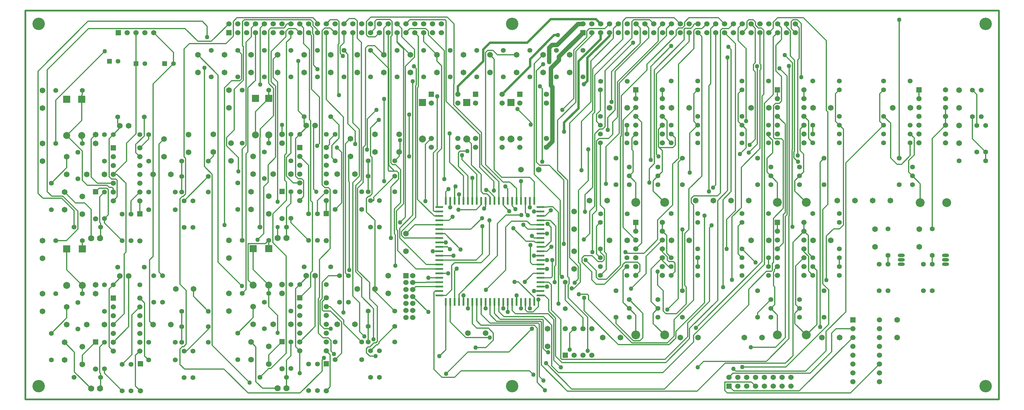
<source format=gtl>
%FSLAX24Y24*%
%MOIN*%
G70*
G01*
G75*
G04 Layer_Physical_Order=1*
G04 Layer_Color=255*
%ADD10R,0.0236X0.0866*%
%ADD11R,0.0866X0.0236*%
%ADD12C,0.0120*%
%ADD13C,0.0250*%
%ADD14C,0.0500*%
%ADD15C,0.0200*%
%ADD16O,0.0787X0.0394*%
%ADD17C,0.0650*%
%ADD18C,0.0650*%
%ADD19C,0.0591*%
%ADD20R,0.0591X0.0591*%
%ADD21R,0.0600X0.0600*%
%ADD22C,0.0600*%
%ADD23C,0.0532*%
%ADD24R,0.0532X0.0532*%
%ADD25C,0.0550*%
%ADD26R,0.0787X0.0787*%
%ADD27C,0.0787*%
%ADD28C,0.0700*%
%ADD29R,0.0591X0.0591*%
%ADD30C,0.0591*%
%ADD31C,0.1000*%
%ADD32C,0.0551*%
%ADD33O,0.0787X0.0394*%
%ADD34C,0.1405*%
%ADD35C,0.0500*%
D10*
X53000Y11041D02*
D03*
X56000Y22459D02*
D03*
X50000Y11041D02*
D03*
X51500D02*
D03*
X52000Y22459D02*
D03*
X55000Y11041D02*
D03*
X55500Y22459D02*
D03*
X54500D02*
D03*
X50500Y11041D02*
D03*
X49500D02*
D03*
X52500D02*
D03*
X47500D02*
D03*
X48500D02*
D03*
X48000D02*
D03*
X47500Y22459D02*
D03*
X54000D02*
D03*
X50500D02*
D03*
X49000Y11041D02*
D03*
X53000Y22459D02*
D03*
X56500D02*
D03*
X48500D02*
D03*
X51000Y11041D02*
D03*
X50000Y22459D02*
D03*
X57000Y11041D02*
D03*
X49500Y22459D02*
D03*
X52500D02*
D03*
X57500Y11041D02*
D03*
X56000D02*
D03*
X57500Y22459D02*
D03*
X53500D02*
D03*
X51000D02*
D03*
X53500Y11041D02*
D03*
X55500D02*
D03*
X52000D02*
D03*
X49000Y22459D02*
D03*
X51500D02*
D03*
X54500Y11041D02*
D03*
X56500D02*
D03*
X54000D02*
D03*
X57000Y22459D02*
D03*
X48000D02*
D03*
X55000D02*
D03*
D11*
X46791Y19250D02*
D03*
X58209Y21250D02*
D03*
Y16750D02*
D03*
X46791D02*
D03*
Y17750D02*
D03*
Y20750D02*
D03*
Y13250D02*
D03*
X58209Y14250D02*
D03*
X46791Y13750D02*
D03*
Y16250D02*
D03*
Y12750D02*
D03*
Y14750D02*
D03*
Y18250D02*
D03*
X58209Y13750D02*
D03*
Y11750D02*
D03*
X46791Y18750D02*
D03*
Y12250D02*
D03*
Y15250D02*
D03*
Y20250D02*
D03*
X58209Y12750D02*
D03*
X46791Y21750D02*
D03*
X58209Y13250D02*
D03*
X46791Y15750D02*
D03*
X58209Y17750D02*
D03*
Y17250D02*
D03*
Y15250D02*
D03*
Y20750D02*
D03*
Y15750D02*
D03*
Y14750D02*
D03*
X46791Y14250D02*
D03*
Y19750D02*
D03*
Y17250D02*
D03*
X58209Y20250D02*
D03*
Y19750D02*
D03*
Y18750D02*
D03*
Y18250D02*
D03*
Y19250D02*
D03*
Y16250D02*
D03*
Y12250D02*
D03*
X46791Y21250D02*
D03*
X58209Y21750D02*
D03*
X46791Y11750D02*
D03*
D12*
X82040Y1960D02*
X82500Y1500D01*
X79040Y1960D02*
X82040D01*
X79040Y1000D02*
Y1960D01*
Y1000D02*
X79310Y730D01*
X93230D01*
X96500Y4000D01*
X91620Y8000D02*
X93500D01*
X91120Y7500D02*
X91620Y8000D01*
X91120Y5410D02*
Y7500D01*
X88670Y2960D02*
X91120Y5410D01*
X79960Y2960D02*
X88670D01*
X79500Y2500D02*
X79960Y2960D01*
X21250Y27538D02*
Y28000D01*
X20679Y26967D02*
X21250Y27538D01*
X20550Y40990D02*
Y42240D01*
X20000Y42790D02*
X20550Y42240D01*
X7090Y42790D02*
X20000D01*
X1440Y37140D02*
X7090Y42790D01*
X1440Y23310D02*
Y37140D01*
Y23310D02*
X2000Y22750D01*
X4120D01*
X5500Y21370D01*
Y19500D02*
Y21370D01*
X71500Y42000D02*
X72000Y42500D01*
X71500Y40520D02*
Y42000D01*
X66900Y35920D02*
X71500Y40520D01*
X66900Y31925D02*
Y35920D01*
X66365Y31390D02*
X66900Y31925D01*
X66365Y30000D02*
Y31390D01*
X65905Y29540D02*
X66365Y30000D01*
X64840Y29540D02*
X65905D01*
X64550Y29250D02*
X64840Y29540D01*
X64550Y21370D02*
Y29250D01*
X64090Y20910D02*
X64550Y21370D01*
X64090Y16660D02*
Y20910D01*
X58209Y15750D02*
X58940D01*
X3429Y33849D02*
X8980Y39400D01*
X3429Y28967D02*
Y33849D01*
X82000Y42500D02*
X82490Y42010D01*
Y38091D02*
Y42010D01*
X82280Y37880D02*
X82490Y38091D01*
X82280Y37271D02*
Y37880D01*
Y37271D02*
X82490Y37060D01*
Y29430D02*
Y37060D01*
X81845Y28785D02*
X82490Y29430D01*
X63600Y24760D02*
Y28280D01*
X62500Y23660D02*
X63600Y24760D01*
X62500Y15490D02*
Y23660D01*
Y15490D02*
X62710Y15280D01*
Y13270D02*
Y15280D01*
X62000Y12560D02*
X62710Y13270D01*
X61750Y12560D02*
X62000D01*
X58209Y12750D02*
X58940D01*
X57476Y21250D02*
X58209D01*
X56000Y22459D02*
Y24692D01*
X58209Y16750D02*
X58942D01*
X59442Y17250D01*
X50000Y10308D02*
Y11041D01*
X46058Y16750D02*
X46791D01*
X43000Y42500D02*
X43460Y42960D01*
X47430D01*
X47560Y42830D01*
Y33720D02*
Y42830D01*
Y33720D02*
X51332Y29948D01*
Y26248D02*
Y29948D01*
Y26248D02*
X52934Y24646D01*
Y23640D02*
Y24646D01*
X56280Y19750D02*
X56780Y19250D01*
X58209D01*
X44000Y41500D02*
X44410Y41090D01*
Y35350D02*
Y41090D01*
X44320Y35260D02*
X44410Y35350D01*
X44320Y22630D02*
Y35260D01*
Y22630D02*
X46200Y20750D01*
X46791D01*
X86000Y42151D02*
Y42500D01*
Y42151D02*
X86460Y41691D01*
Y38860D02*
Y41691D01*
Y38860D02*
X86910Y38410D01*
Y28070D02*
Y38410D01*
X86860Y28020D02*
X86910Y28070D01*
X86860Y27340D02*
Y28020D01*
Y27340D02*
X87315Y26885D01*
X76750Y10923D02*
Y20780D01*
X73515Y7689D02*
X76750Y10923D01*
X73515Y6935D02*
Y7689D01*
X72760Y6180D02*
X73515Y6935D01*
X67000Y6180D02*
X72760D01*
X63150Y10030D02*
X67000Y6180D01*
X63150Y10030D02*
Y11490D01*
X56000Y10310D02*
Y11041D01*
X87000Y42500D02*
X87460Y42040D01*
Y38600D02*
Y42040D01*
X87270Y38410D02*
X87460Y38600D01*
X87270Y27610D02*
Y38410D01*
X51640Y16460D02*
Y19580D01*
X50930Y15750D02*
X51640Y16460D01*
X46791Y15750D02*
X50930D01*
X45307Y13250D02*
X46791D01*
X45270Y13213D02*
X45307Y13250D01*
X43787Y13213D02*
X45270D01*
X52500Y22459D02*
Y22930D01*
X52160Y23270D02*
X52500Y22930D01*
X51750Y23270D02*
X52160D01*
X51500Y23520D02*
X51750Y23270D01*
X51500Y23520D02*
Y25450D01*
X50410Y26540D02*
X51500Y25450D01*
X50410Y26540D02*
Y28940D01*
X49876Y29474D02*
X50410Y28940D01*
X57390Y14250D02*
X58209D01*
X56450Y13310D02*
X57390Y14250D01*
X43787Y11638D02*
X45535Y9890D01*
X45560Y13750D02*
X46791D01*
X76460Y41960D02*
X77000Y42500D01*
X75750Y41960D02*
X76460D01*
X75540Y41750D02*
X75750Y41960D01*
X75540Y39680D02*
Y41750D01*
X73800Y37940D02*
X75540Y39680D01*
X73800Y27270D02*
Y37940D01*
X73160Y26630D02*
X73800Y27270D01*
X73160Y22000D02*
Y26630D01*
X71450Y20290D02*
X73160Y22000D01*
X71450Y18090D02*
Y20290D01*
X69900Y16540D02*
X71450Y18090D01*
X67940Y16540D02*
X69900D01*
X67820Y16660D02*
X67940Y16540D01*
X59550Y13890D02*
Y15750D01*
X59410Y13750D02*
X59550Y13890D01*
X58209Y13750D02*
X59410D01*
X44112Y12750D02*
X46791D01*
X43787Y12425D02*
X44112Y12750D01*
X84520Y41020D02*
X85000Y41500D01*
X84520Y34490D02*
Y41020D01*
X83510Y33480D02*
X84520Y34490D01*
X83510Y15250D02*
Y33480D01*
X75510Y7250D02*
X83510Y15250D01*
X75510Y6500D02*
Y7250D01*
X72050Y3040D02*
X75510Y6500D01*
X60250Y3040D02*
X72050D01*
X59485Y3805D02*
X60250Y3040D01*
X59485Y3805D02*
Y8410D01*
X58535Y9360D02*
X59485Y8410D01*
X54080Y9360D02*
X58535D01*
X53500Y9940D02*
X54080Y9360D01*
X53500Y9940D02*
Y11041D01*
X57855Y1912D02*
X58728Y1040D01*
X57855Y1912D02*
Y8050D01*
X57505Y8400D02*
X57855Y8050D01*
X51490Y8400D02*
X57505D01*
X51000Y8890D02*
X51490Y8400D01*
X51000Y8890D02*
Y11041D01*
X69000Y42500D02*
X69480Y42020D01*
Y40311D02*
Y42020D01*
X66250Y37081D02*
X69480Y40311D01*
X66250Y33670D02*
Y37081D01*
X39010Y30720D02*
X39930Y31640D01*
X39010Y27570D02*
Y30720D01*
Y27570D02*
X39190Y27390D01*
Y23250D02*
Y27390D01*
X38940Y23000D02*
X39190Y23250D01*
X38810Y23000D02*
X38940D01*
X38560Y22750D02*
X38810Y23000D01*
X38560Y21190D02*
Y22750D01*
Y21190D02*
X39500Y20250D01*
X39588Y12162D02*
X41750Y10000D01*
X30000Y40911D02*
Y41500D01*
X29510Y40421D02*
X30000Y40911D01*
X29510Y27845D02*
Y40421D01*
X29295Y27631D02*
X29510Y27845D01*
X29295Y24795D02*
Y27631D01*
Y24795D02*
X29510Y24580D01*
Y22530D02*
Y24580D01*
X27990Y21010D02*
X29510Y22530D01*
X27990Y17740D02*
Y21010D01*
Y17740D02*
X29490Y16240D01*
Y5230D02*
Y16240D01*
X27760Y3500D02*
X29490Y5230D01*
X27500Y3500D02*
X27760D01*
X26500Y2500D02*
X27500Y3500D01*
X25540Y42040D02*
X26000Y42500D01*
X25540Y41040D02*
Y42040D01*
X24936Y40436D02*
X25540Y41040D01*
X24936Y28750D02*
Y40436D01*
X24500Y28314D02*
X24936Y28750D01*
X24500Y18000D02*
Y28314D01*
X26000Y36090D02*
Y41500D01*
X25156Y35246D02*
X26000Y36090D01*
X25156Y28007D02*
Y35246D01*
X24940Y27791D02*
X25156Y28007D01*
X24940Y12440D02*
Y27791D01*
X24500Y12000D02*
X24940Y12440D01*
X74241Y12285D02*
Y19239D01*
X40560Y24687D02*
Y33980D01*
X35564Y39176D02*
X35870Y38870D01*
X35564Y39176D02*
Y39940D01*
X36000Y40376D01*
Y41500D01*
X58209Y21750D02*
X58960D01*
X59002Y21792D01*
X59613D01*
X60230Y21175D01*
Y10840D02*
Y21175D01*
X35955Y9820D02*
Y31977D01*
X34000Y33932D02*
X35955Y31977D01*
X34000Y33932D02*
Y41500D01*
X42250Y27500D02*
Y28000D01*
X41750Y27000D02*
X42250Y27500D01*
X29585Y42500D02*
X30000D01*
X29460Y42375D02*
X29585Y42500D01*
X29460Y42250D02*
Y42375D01*
X29250Y42040D02*
X29460Y42250D01*
X27750Y42040D02*
X29250D01*
X27500Y41790D02*
X27750Y42040D01*
X27500Y35750D02*
Y41790D01*
Y35750D02*
X28060Y35190D01*
Y32100D02*
Y35190D01*
X26560Y30600D02*
X28060Y32100D01*
X26560Y29700D02*
Y30600D01*
X26500Y29640D02*
X26560Y29700D01*
X26500Y19500D02*
Y29640D01*
X26540Y42040D02*
X27000Y42500D01*
X26540Y35630D02*
Y42040D01*
X20240Y26350D02*
Y37520D01*
Y26350D02*
X21120Y25470D01*
Y6120D02*
Y25470D01*
Y6120D02*
X25330Y1910D01*
X47560Y2910D02*
X50016Y5366D01*
X54636D01*
X57260Y7990D01*
X31000Y27500D02*
X32000Y26500D01*
Y21000D02*
Y26500D01*
X13490Y4907D02*
X13929Y4467D01*
X13490Y4907D02*
Y10907D01*
X12929Y11467D02*
X13490Y10907D01*
X35000Y4500D02*
X35735Y5235D01*
Y8750D01*
X34485Y10000D02*
X35735Y8750D01*
X33670Y10000D02*
X34485D01*
X33545Y10125D02*
X33670Y10000D01*
X33545Y10125D02*
Y11045D01*
X34000Y11500D01*
X35000Y21500D02*
X35735Y22235D01*
Y27975D01*
X35220Y28490D02*
X35735Y27975D01*
X102491Y15285D02*
Y16285D01*
X100991Y34035D02*
Y35035D01*
X96550Y34594D02*
X96991Y35035D01*
X96550Y31476D02*
Y34594D01*
Y31476D02*
X96991Y31035D01*
X92710Y26754D02*
X96991Y31035D01*
X92710Y9910D02*
Y26754D01*
X90490Y7690D02*
X92710Y9910D01*
X90490Y5490D02*
Y7690D01*
X88180Y3180D02*
X90490Y5490D01*
X80280Y3180D02*
X88180D01*
X80000Y3460D02*
X80280Y3180D01*
X56970Y3230D02*
X57420Y2780D01*
X49240Y3230D02*
X56970D01*
X48510Y2500D02*
X49240Y3230D01*
X47090Y2500D02*
X48510D01*
X46190Y3400D02*
X47090Y2500D01*
X46190Y3400D02*
Y12125D01*
X46315Y12250D01*
X46791D01*
X99991Y30035D02*
X100430Y29596D01*
Y27660D02*
Y29596D01*
X99800Y27030D02*
X100430Y27660D01*
X99800Y25726D02*
Y27030D01*
X101126Y22250D02*
Y24400D01*
X99991Y27601D02*
Y29035D01*
X99000Y26610D02*
X99991Y27601D01*
X98500Y26610D02*
X99000D01*
X97770Y27340D02*
X98500Y26610D01*
X97770Y27340D02*
Y31256D01*
X96991Y32035D02*
X97770Y31256D01*
X97491Y15285D02*
Y16285D01*
X87991Y34035D02*
Y35035D01*
X91550Y34594D02*
X91991Y35035D01*
X91550Y31476D02*
Y34594D01*
X88991Y30035D02*
Y31035D01*
X88500Y29526D02*
X88991Y29035D01*
X88500Y29526D02*
Y31526D01*
X87991Y32035D02*
X88500Y31526D01*
X88480Y16546D02*
X88991Y16035D01*
X88480Y16546D02*
Y18546D01*
X87991Y19035D02*
X88480Y18546D01*
X87991Y19035D02*
Y20035D01*
X52500Y9580D02*
Y11041D01*
Y9580D02*
X53240Y8840D01*
X58225D01*
X58295Y8770D01*
Y3889D02*
Y8770D01*
Y3889D02*
X61254Y930D01*
X75920D01*
X79070Y4080D01*
X85870D01*
X86730Y4940D01*
Y17774D01*
X87991Y19035D01*
X91991Y15035D02*
Y16035D01*
X88500Y14526D02*
X88991Y14035D01*
X88500Y14526D02*
Y16180D01*
X87991Y16689D02*
X88500Y16180D01*
X87991Y16689D02*
Y17035D01*
X87530Y30574D02*
X87991Y31035D01*
X87530Y28171D02*
Y30574D01*
Y28171D02*
X87930Y27771D01*
Y25724D02*
Y27771D01*
X86950Y23576D02*
X88241Y22285D01*
X86950Y23576D02*
Y24744D01*
X88991Y15035D02*
X89430Y14596D01*
Y8474D02*
Y14596D01*
X88241Y7285D02*
X89430Y8474D01*
X87050Y15094D02*
X87991Y16035D01*
X87050Y10726D02*
Y15094D01*
Y10726D02*
X87491Y10285D01*
X86950Y8576D02*
X88241Y7285D01*
X86950Y8576D02*
Y9744D01*
X87491Y10285D01*
X82741Y9785D02*
X84241Y11285D01*
X82741Y9285D02*
Y9785D01*
X84991Y19035D02*
Y20035D01*
X80550Y19594D02*
X80991Y20035D01*
X80550Y16476D02*
Y19594D01*
Y16476D02*
X80991Y16035D01*
X47410Y18750D02*
X49190Y16970D01*
X46791Y18750D02*
X47410D01*
X83991Y15035D02*
Y16035D01*
X84647Y14691D02*
X84991Y15035D01*
X84647Y14496D02*
Y14691D01*
X84530Y14379D02*
X84647Y14496D01*
X84530Y12870D02*
Y14379D01*
Y12870D02*
X84680Y12720D01*
Y10724D02*
Y12720D01*
X84241Y10285D02*
X84680Y10724D01*
X84241Y10285D02*
X84991Y9535D01*
Y7285D02*
Y9535D01*
X80991Y17035D02*
X82516Y15510D01*
X84991Y34035D02*
Y35035D01*
X80550Y34594D02*
X80991Y35035D01*
X80550Y31476D02*
Y34594D01*
X83991Y29754D02*
Y30035D01*
Y29754D02*
X84430Y29315D01*
Y27910D02*
Y29315D01*
X83800Y27280D02*
X84430Y27910D01*
X83800Y25726D02*
Y27280D01*
X84991Y22285D02*
Y24535D01*
X71991Y34035D02*
Y35035D01*
X75550Y34594D02*
X75991Y35035D01*
X75550Y31476D02*
Y34594D01*
Y31476D02*
X75991Y31035D01*
X72500Y29526D02*
X72991Y29035D01*
X72500Y29526D02*
Y31526D01*
X71991Y32035D02*
X72500Y31526D01*
X72480Y16546D02*
X72991Y16035D01*
X72480Y16546D02*
Y18546D01*
X71991Y19035D02*
X72480Y18546D01*
X57000Y21730D02*
Y22459D01*
X71991Y19035D02*
Y20035D01*
X75991Y15035D02*
Y16035D01*
X72991Y14035D02*
X73427Y14471D01*
Y15403D01*
X73240Y15590D02*
X73427Y15403D01*
X72715Y15590D02*
X73240D01*
X72555Y15750D02*
X72715Y15590D01*
X72555Y15750D02*
Y16125D01*
X71991Y16689D02*
X72555Y16125D01*
X71991Y16689D02*
Y17035D01*
X71530Y30574D02*
X71991Y31035D01*
X71530Y28590D02*
Y30574D01*
X71970Y25764D02*
Y28150D01*
X70950Y23576D02*
X72241Y22285D01*
X70950Y23576D02*
Y24744D01*
X72680Y15035D02*
X72991D01*
X71991Y15724D02*
X72680Y15035D01*
X71991Y15724D02*
Y16035D01*
X70716Y14760D02*
X71991Y16035D01*
X70716Y11060D02*
Y14760D01*
Y11060D02*
X71491Y10285D01*
X70950Y8576D02*
X72241Y7285D01*
X70950Y8576D02*
Y9744D01*
X71491Y10285D01*
X68241Y11285D02*
X69790Y9736D01*
Y6960D02*
Y9736D01*
X69455Y6625D02*
X69790Y6960D01*
X68706Y6625D02*
X69455D01*
X66741Y8590D02*
X68706Y6625D01*
X66741Y8590D02*
Y9285D01*
X68991Y19035D02*
Y20035D01*
X56500Y21130D02*
Y22459D01*
Y21130D02*
X56790Y20840D01*
X64550Y19594D02*
X64991Y20035D01*
X64550Y16476D02*
Y19594D01*
Y16476D02*
X64991Y16035D01*
X67550Y14594D02*
X67991Y15035D01*
X67550Y10976D02*
Y14594D01*
X68991Y7285D02*
Y9535D01*
X64991Y16659D02*
Y17035D01*
Y16659D02*
X65427Y16223D01*
Y15807D02*
Y16223D01*
X65210Y15590D02*
X65427Y15807D01*
X64720Y15590D02*
X65210D01*
X64060Y16250D02*
X64720Y15590D01*
X63150Y16250D02*
X64060D01*
X62900Y16000D02*
X63150Y16250D01*
X62900Y15530D02*
Y16000D01*
Y15530D02*
X64000Y14430D01*
Y13520D02*
Y14430D01*
Y13520D02*
X64500Y13020D01*
X65460D01*
X67520Y15080D01*
Y15250D01*
X67800Y15530D01*
X69170D01*
X69450Y15250D01*
Y14494D02*
Y15250D01*
X68991Y14035D02*
X69450Y14494D01*
X68991Y34035D02*
Y35035D01*
X64991Y32686D02*
Y35035D01*
X64550Y32245D02*
X64991Y32686D01*
X64550Y31476D02*
Y32245D01*
Y31476D02*
X64991Y31035D01*
X50500Y22459D02*
Y25068D01*
X67991Y30035D02*
Y31035D01*
X68530Y29574D02*
X68991Y30035D01*
X68530Y28270D02*
Y29574D01*
Y28270D02*
X68680Y28120D01*
Y25724D02*
Y28120D01*
X68241Y25285D02*
X68680Y25724D01*
X68241Y25285D02*
X68991Y24535D01*
Y22285D02*
Y24535D01*
X20679Y7939D02*
Y8217D01*
X18207Y5467D02*
X20679Y7939D01*
X17929Y5467D02*
X18207D01*
X17929Y22467D02*
X20679Y25217D01*
X39990Y6490D02*
X41750Y8250D01*
X39990Y6375D02*
Y6490D01*
X39775Y6160D02*
X39990Y6375D01*
X39660Y6160D02*
X39775D01*
X39000Y5500D02*
X39660Y6160D01*
X39380Y22880D02*
X41750Y25250D01*
X39380Y22500D02*
Y22880D01*
X39000Y22500D02*
X39380D01*
X25750Y9250D02*
Y10500D01*
X24000Y7500D02*
X25750Y9250D01*
X26810Y1250D02*
X28500D01*
X26060Y2000D02*
X26810Y1250D01*
X26060Y2000D02*
Y5940D01*
X25500Y6500D02*
X26060Y5940D01*
X28500Y7530D02*
Y9510D01*
X27500Y10510D02*
X28500Y9510D01*
X25750Y14691D02*
Y17059D01*
Y14691D02*
X27500Y12941D01*
X34000Y965D02*
X34460Y1425D01*
Y5040D01*
X34000Y5500D02*
X34460Y5040D01*
X27500Y5035D02*
X29000Y6535D01*
X27500Y4000D02*
Y5035D01*
X30000Y4920D02*
Y6500D01*
X29500Y4420D02*
X30000Y4920D01*
X85220Y37460D02*
X86091Y36589D01*
Y20910D02*
Y36589D01*
X85880Y20700D02*
X86091Y20910D01*
X85880Y7001D02*
Y20700D01*
X84779Y5900D02*
X85880Y7001D01*
X81970Y5900D02*
X84779D01*
X31000Y2960D02*
Y5500D01*
X31750Y13750D02*
Y14000D01*
X30540Y5960D02*
Y12540D01*
Y5960D02*
X31000Y5500D01*
Y6500D02*
X32750Y8250D01*
Y14000D01*
X27500Y17059D02*
Y18000D01*
X27120Y17620D02*
X27500Y18000D01*
X25190Y17620D02*
X27120D01*
X25190Y13501D02*
Y17620D01*
Y13501D02*
X25750Y12941D01*
X27500Y34059D02*
Y35000D01*
X26000Y32559D02*
X27500Y34059D01*
X26000Y29941D02*
Y32559D01*
X30280Y24500D02*
X31000D01*
X29515Y25265D02*
X30280Y24500D01*
X29515Y25265D02*
Y27391D01*
X30000Y27876D01*
Y30000D01*
X29000D02*
Y31059D01*
X27500Y29000D02*
Y29941D01*
X34000Y21035D02*
Y22500D01*
X33000Y21000D02*
Y22500D01*
X34000Y23500D01*
X30000Y22200D02*
Y23500D01*
X29500Y21700D02*
X30000Y22200D01*
X28500Y18250D02*
Y19500D01*
X57100Y31110D02*
Y31360D01*
X55600Y32860D02*
X57100Y31360D01*
X30830Y32670D02*
Y38310D01*
Y32670D02*
X31500Y32000D01*
X31000Y22500D02*
X31455Y22955D01*
Y24750D01*
X31250Y24955D02*
X31455Y24750D01*
X30835Y24955D02*
X31250D01*
X30540Y25250D02*
X30835Y24955D01*
X30540Y25250D02*
Y29540D01*
X31500Y31250D02*
Y32000D01*
Y31250D02*
X31750Y31000D01*
Y30750D02*
Y31000D01*
X34500Y32000D02*
X35440Y31060D01*
Y29549D02*
Y31060D01*
X34630Y28739D02*
X35440Y29549D01*
X34630Y27370D02*
Y28739D01*
Y27370D02*
X35000Y27000D01*
X36540Y27290D02*
X36750Y27500D01*
X36540Y24660D02*
Y27290D01*
Y24660D02*
X36600Y24600D01*
Y14620D02*
Y24600D01*
X4679Y9217D02*
Y10467D01*
X2929Y7467D02*
X4679Y9217D01*
X5560Y3087D02*
X7429Y1217D01*
X5560Y3087D02*
Y5337D01*
X4429Y6467D02*
X5560Y5337D01*
X4679Y14658D02*
Y17026D01*
Y14658D02*
X6429Y12908D01*
Y11967D02*
Y12908D01*
X13429Y29810D02*
Y31967D01*
X12470Y28851D02*
X13429Y29810D01*
X12470Y27927D02*
Y28851D01*
Y27927D02*
X12929Y27467D01*
X12460Y4998D02*
X12929Y5467D01*
X12460Y1505D02*
Y4998D01*
Y1505D02*
X13000Y965D01*
X6429Y5003D02*
X7929Y6503D01*
X6429Y3967D02*
Y5003D01*
X8400Y5938D02*
X8929Y6467D01*
X8400Y3030D02*
Y5938D01*
Y3030D02*
X8500Y2930D01*
X8429Y1217D02*
X8649Y1437D01*
X64000Y41190D02*
Y41500D01*
X62214Y39404D02*
X64000Y41190D01*
X62214Y33644D02*
Y39404D01*
X60160Y31590D02*
X62214Y33644D01*
X60160Y25890D02*
Y31590D01*
Y25890D02*
X61270Y24780D01*
Y13910D02*
Y24780D01*
Y13910D02*
X61440Y13740D01*
Y13074D02*
Y13740D01*
X61340Y12974D02*
X61440Y13074D01*
X61340Y11500D02*
Y12974D01*
Y11500D02*
X63540Y9300D01*
Y5490D02*
Y9300D01*
X10679Y13717D02*
Y13967D01*
X9470Y5927D02*
Y12508D01*
Y5927D02*
X9929Y5467D01*
Y6467D02*
X11679Y8217D01*
Y13967D01*
X6429Y17026D02*
Y17967D01*
X9929Y23467D02*
Y23875D01*
X9794Y24010D02*
X9929Y23875D01*
X9480Y24010D02*
X9794D01*
X9260Y24230D02*
X9480Y24010D01*
X7000Y24230D02*
X9260D01*
X6440Y24790D02*
X7000Y24230D01*
X6440Y24790D02*
Y28098D01*
X4679Y29858D02*
X6440Y28098D01*
X6429Y34490D02*
Y34967D01*
X6379Y34440D02*
X6429Y34490D01*
X4679Y29858D02*
X6379Y31558D01*
X8140Y24467D02*
X9929D01*
X7440Y25167D02*
X8140Y24467D01*
X7440Y25167D02*
Y29478D01*
X7929Y29967D01*
X6429Y28967D02*
Y29380D01*
X6379Y29430D02*
X6429Y29380D01*
X6379Y29430D02*
Y29858D01*
X12929Y21003D02*
Y22467D01*
X11929Y20967D02*
Y22467D01*
X12929Y23467D01*
X8400Y22938D02*
X8929Y23467D01*
X8400Y20030D02*
Y22938D01*
Y20030D02*
X8500Y19930D01*
X8429Y18217D02*
X8649Y18437D01*
X4679Y26217D02*
Y27467D01*
X2929Y24467D02*
X4679Y26217D01*
X65470Y41970D02*
X66000Y42500D01*
X63750Y41970D02*
X65470D01*
X63460Y41680D02*
X63750Y41970D01*
X63460Y41000D02*
Y41680D01*
X61994Y39534D02*
X63460Y41000D01*
X61994Y34054D02*
Y39534D01*
X60690Y32750D02*
X61994Y34054D01*
X43370Y27480D02*
Y32230D01*
X10429Y31217D02*
Y31967D01*
Y31217D02*
X10679Y30967D01*
Y30717D02*
Y30967D01*
X9470Y25203D02*
Y29508D01*
Y25203D02*
X9750Y24923D01*
X10250D01*
X10385Y24788D01*
Y22923D02*
Y24788D01*
X9929Y22467D02*
X10385Y22923D01*
X7429Y18217D02*
Y21500D01*
X6709Y22220D02*
X7429Y21500D01*
X5677Y22220D02*
X6709D01*
X4429Y23467D02*
X5677Y22220D01*
X48000Y21730D02*
Y22459D01*
X32990Y28710D02*
X33240Y28960D01*
Y34210D01*
X32344Y35106D02*
X33240Y34210D01*
X32344Y35106D02*
Y41156D01*
X32000Y41500D02*
X32344Y41156D01*
X70670Y37670D02*
X72990Y39990D01*
X70670Y27090D02*
Y37670D01*
X50350Y19250D02*
X51600Y20500D01*
X46791Y19250D02*
X50350D01*
X75595Y42500D02*
X76000D01*
X75470Y42375D02*
X75595Y42500D01*
X75470Y42250D02*
Y42375D01*
X75220Y42000D02*
X75470Y42250D01*
X74540Y42000D02*
X75220D01*
X74460Y41920D02*
X74540Y42000D01*
X74460Y40680D02*
Y41920D01*
X71080Y37300D02*
X74460Y40680D01*
X71080Y26680D02*
Y37300D01*
X70510Y26110D02*
X71080Y26680D01*
X70510Y24540D02*
Y26110D01*
X77310Y19430D02*
X77560Y19680D01*
X77310Y11101D02*
Y19430D01*
X74838Y8629D02*
X77310Y11101D01*
X74838Y7094D02*
Y8629D01*
X72285Y4540D02*
X74838Y7094D01*
X60625Y4540D02*
X72285D01*
X60525Y4640D02*
X60625Y4540D01*
X60525Y4640D02*
Y9031D01*
X59450Y10105D02*
X60525Y9031D01*
X59450Y10105D02*
Y12950D01*
X59150Y13250D02*
X59450Y12950D01*
X58209Y13250D02*
X59150D01*
X54500Y9900D02*
Y11041D01*
X21790Y15520D02*
X24470Y12840D01*
X21790Y15520D02*
Y36710D01*
X19500Y39000D02*
X21790Y36710D01*
X58420Y26910D02*
Y35160D01*
X58150Y35430D02*
X58420Y35160D01*
X30540Y41960D02*
X31000Y41500D01*
X29750Y41960D02*
X30540D01*
X29460Y41670D02*
X29750Y41960D01*
X29460Y41040D02*
Y41670D01*
X27790Y39370D02*
X29460Y41040D01*
X27790Y35940D02*
Y39370D01*
Y35940D02*
X28280Y35450D01*
Y27380D02*
Y35450D01*
X27440Y26540D02*
X28280Y27380D01*
X27440Y24560D02*
Y26540D01*
X26940Y24060D02*
X27440Y24560D01*
X26940Y18750D02*
Y24060D01*
X26240Y18050D02*
X26940Y18750D01*
X78000Y24260D02*
Y41500D01*
X77700Y23960D02*
X78000Y24260D01*
X54000Y21980D02*
X54690Y21290D01*
X54000Y21980D02*
Y22459D01*
X77460Y41960D02*
X78000Y42500D01*
X77460Y35720D02*
Y41960D01*
X77230Y35490D02*
X77460Y35720D01*
X77230Y23530D02*
Y35490D01*
X55000Y21890D02*
X55370Y21520D01*
X55000Y21890D02*
Y22459D01*
X70540Y42960D02*
X71000Y42500D01*
X68750Y42960D02*
X70540D01*
X68540Y42750D02*
X68750Y42960D01*
X68540Y40890D02*
Y42750D01*
X64338Y36688D02*
X68540Y40890D01*
X64338Y32487D02*
Y36688D01*
X64110Y32260D02*
X64338Y32487D01*
X64110Y24000D02*
Y32260D01*
X63260Y23150D02*
X64110Y24000D01*
X63260Y21220D02*
Y23150D01*
X58740Y20750D02*
X59370Y21380D01*
X58209Y20750D02*
X58740D01*
X78320Y43180D02*
X79000Y42500D01*
X74970Y43180D02*
X78320D01*
X74500Y42710D02*
X74970Y43180D01*
X74500Y42280D02*
Y42710D01*
X74250Y42030D02*
X74500Y42280D01*
X73820Y42030D02*
X74250D01*
X73540Y41750D02*
X73820Y42030D01*
X73540Y41203D02*
Y41750D01*
X70255Y37917D02*
X73540Y41203D01*
X70255Y37265D02*
Y37917D01*
X67340Y34350D02*
X70255Y37265D01*
X67340Y31485D02*
Y34350D01*
X67335Y31480D02*
X67340Y31485D01*
X67335Y29800D02*
Y31480D01*
X67260Y29725D02*
X67335Y29800D01*
X67260Y15180D02*
Y29725D01*
X65670Y13590D02*
X67260Y15180D01*
X64750Y13590D02*
X65670D01*
X64500Y13840D02*
X64750Y13590D01*
X64500Y13840D02*
Y14560D01*
X63310Y15750D02*
X64500Y14560D01*
X57480Y16250D02*
X58209D01*
X49500Y11041D02*
Y11770D01*
X22510Y19720D02*
Y35250D01*
X23320Y36060D01*
X24250D01*
X24440Y36250D01*
Y39060D01*
X24000Y39500D02*
X24440Y39060D01*
X57100Y19750D02*
X58209D01*
X56690Y20160D02*
X57100Y19750D01*
X54930Y20160D02*
X56690D01*
X54270Y19500D02*
X54930Y20160D01*
X54270Y14620D02*
Y19500D01*
X52030Y12380D02*
X54270Y14620D01*
X41810Y15120D02*
Y18612D01*
X41695Y18727D02*
X41810Y18612D01*
X41695Y18727D02*
Y21555D01*
X42410Y22270D01*
Y26000D01*
X41850Y26560D02*
X42410Y26000D01*
X41500Y26560D02*
X41850D01*
X41310Y26750D02*
X41500Y26560D01*
X41310Y26750D02*
Y41060D01*
X41460Y41210D01*
Y42750D01*
X41199Y43011D02*
X41460Y42750D01*
X39721Y43011D02*
X41199D01*
X39500Y42790D02*
X39721Y43011D01*
X39500Y42000D02*
Y42790D01*
X39000Y41500D02*
X39500Y42000D01*
X57500Y11041D02*
Y11525D01*
X55715Y13310D02*
X57500Y11525D01*
X55280Y13310D02*
X55715D01*
X28510Y22350D02*
Y35923D01*
X28010Y36423D02*
X28510Y35923D01*
X28010Y36423D02*
Y38510D01*
X28500Y39000D01*
X53500Y22459D02*
Y24625D01*
X51552Y26573D02*
X53500Y24625D01*
X51552Y26573D02*
Y30188D01*
X48421Y33319D02*
X51552Y30188D01*
X48421Y33319D02*
Y35630D01*
X48440Y35649D01*
Y42500D01*
X47680Y43260D02*
X48440Y42500D01*
X39050Y43260D02*
X47680D01*
X38540Y42750D02*
X39050Y43260D01*
X38540Y41250D02*
Y42750D01*
Y41250D02*
X38750Y41040D01*
X39540D01*
X40000Y41500D01*
X58209Y14750D02*
X58942D01*
X55500Y11041D02*
Y11774D01*
X49000Y22459D02*
Y23192D01*
X52000Y10308D02*
Y11041D01*
X46791Y14250D02*
X47774D01*
X42000Y42500D02*
X42540Y41960D01*
Y41030D02*
Y41960D01*
Y41030D02*
X43990Y39580D01*
Y38727D02*
Y39580D01*
X42960Y37697D02*
X43990Y38727D01*
X42960Y20620D02*
Y37697D01*
X42360Y20020D02*
X42960Y20620D01*
X48500Y14540D02*
X48750Y14790D01*
X48500Y11041D02*
Y14540D01*
X76000Y41500D02*
X76430Y41070D01*
Y25270D02*
Y41070D01*
X74979Y23819D02*
X76430Y25270D01*
X74979Y19214D02*
Y23819D01*
X74510Y18745D02*
X74979Y19214D01*
X74510Y12890D02*
Y18745D01*
Y12890D02*
X74680Y12720D01*
Y10789D02*
Y12720D01*
X73585Y9694D02*
X74680Y10789D01*
X72376Y9694D02*
X73585D01*
X72070Y10000D02*
X72376Y9694D01*
X72070Y10000D02*
Y12310D01*
X71450Y12930D02*
X72070Y12310D01*
X71450Y12930D02*
Y14450D01*
X46791Y16250D02*
X48390D01*
X66460Y41960D02*
X67000Y42500D01*
X66460Y40852D02*
Y41960D01*
X63898Y38290D02*
X66460Y40852D01*
X63898Y33654D02*
Y38290D01*
X61510Y31266D02*
X63898Y33654D01*
X61510Y16040D02*
Y31266D01*
Y16040D02*
X62490Y15060D01*
Y13630D02*
Y15060D01*
X62070Y13210D02*
X62490Y13630D01*
X19000Y11647D02*
Y12500D01*
Y11647D02*
X20679Y9967D01*
X65510Y37187D02*
X68673Y40350D01*
X65510Y30850D02*
Y37187D01*
X65250Y30590D02*
X65510Y30850D01*
X64890Y30590D02*
X65250D01*
X64330Y30030D02*
X64890Y30590D01*
X64330Y21850D02*
Y30030D01*
X63770Y21290D02*
X64330Y21850D01*
X63770Y18760D02*
Y21290D01*
X63110Y18100D02*
X63770Y18760D01*
X46791Y17750D02*
X47520D01*
X21020Y40520D02*
X23000Y42500D01*
X19500Y40520D02*
X21020D01*
X18060Y41960D02*
X19500Y40520D01*
X7140Y41960D02*
X18060D01*
X2490Y37310D02*
X7140Y41960D01*
X2490Y23490D02*
Y37310D01*
Y23490D02*
X3000Y22980D01*
X4250D01*
X5940Y21290D01*
Y19250D02*
Y21290D01*
X4657Y17967D02*
X5940Y19250D01*
X3429Y17967D02*
X4657D01*
X89800Y26844D02*
X90241Y27285D01*
X89800Y8190D02*
Y26844D01*
X34560Y5450D02*
X34880Y5130D01*
X34560Y5450D02*
Y6650D01*
X34250Y6960D02*
X34560Y6650D01*
X33640Y6960D02*
X34250D01*
X33100Y7500D02*
X33640Y6960D01*
X33100Y7500D02*
Y11390D01*
X33240Y11530D01*
Y15840D01*
X34460Y17060D01*
Y23750D01*
X34250Y23960D02*
X34460Y23750D01*
X33830Y23960D02*
X34250D01*
X33540Y24250D02*
X33830Y23960D01*
X33540Y24250D02*
Y41720D01*
X33860Y42040D01*
X34460D01*
X35000Y41500D01*
X57640Y17750D02*
X58209D01*
X57480Y17910D02*
X57640Y17750D01*
X56580Y17910D02*
X57480D01*
X55130Y19360D02*
X56580Y17910D01*
X45220Y22430D02*
Y28876D01*
X45876Y29533D01*
X46530Y28320D02*
Y34300D01*
X46120Y27910D02*
X46530Y28320D01*
X46120Y21375D02*
Y27910D01*
Y21375D02*
X46245Y21250D01*
X46791D01*
X98741Y27285D02*
Y42959D01*
X98740Y42960D02*
X98741Y42959D01*
X75000Y40510D02*
Y41500D01*
X71310Y36820D02*
X75000Y40510D01*
X71310Y27740D02*
Y36820D01*
Y27740D02*
X71560Y27490D01*
X47500Y23485D02*
X47812Y23798D01*
X47500Y22459D02*
Y23485D01*
X37780Y7650D02*
X38310Y7120D01*
X37780Y7650D02*
Y10940D01*
X37010Y11710D02*
X37780Y10940D01*
X37010Y11710D02*
Y24520D01*
X37740Y25250D01*
Y30560D01*
X37000Y31300D02*
X37740Y30560D01*
X37000Y31300D02*
Y41500D01*
X73320Y43180D02*
X74000Y42500D01*
X67890Y43180D02*
X73320D01*
X67500Y42790D02*
X67890Y43180D01*
X67500Y40770D02*
Y42790D01*
X64117Y37387D02*
X67500Y40770D01*
X64117Y32720D02*
Y37387D01*
X62850Y31453D02*
X64117Y32720D01*
X62850Y25930D02*
Y31453D01*
X51860Y21610D02*
X52000Y21750D01*
Y22459D01*
X39360Y6790D02*
Y10270D01*
X38000Y11630D02*
X39360Y10270D01*
X38000Y11630D02*
Y13770D01*
X37340Y14430D02*
X38000Y13770D01*
X37340Y14430D02*
Y24210D01*
X37970Y24840D01*
Y28880D01*
X37990Y28900D01*
Y40380D01*
X37500Y40870D02*
X37990Y40380D01*
X37500Y40870D02*
Y42840D01*
X37250Y43090D02*
X37500Y42840D01*
X36590Y43090D02*
X37250D01*
X36000Y42500D02*
X36590Y43090D01*
X73770Y26814D02*
X74241Y27285D01*
X73770Y11380D02*
Y26814D01*
X72550Y10160D02*
X73770Y11380D01*
X33790Y8000D02*
X34510D01*
X33325Y8465D02*
X33790Y8000D01*
X33325Y8465D02*
Y11175D01*
X33540Y11391D01*
Y13250D01*
X34290Y14000D01*
X35500D01*
X31000Y42500D02*
X31460Y42040D01*
Y40260D02*
Y42040D01*
Y40260D02*
X32110Y39610D01*
Y31670D02*
Y39610D01*
Y31670D02*
X32240Y31540D01*
Y22500D02*
Y31540D01*
Y22500D02*
X32440Y22300D01*
Y14520D02*
Y22300D01*
X32240Y14320D02*
X32440Y14520D01*
X32240Y12740D02*
Y14320D01*
X31000Y11500D02*
X32240Y12740D01*
X79470Y41970D02*
X80000Y42500D01*
X78750Y41970D02*
X79470D01*
X78540Y41760D02*
X78750Y41970D01*
X78540Y23360D02*
Y41760D01*
X78220Y23040D02*
X78540Y23360D01*
X75550Y23040D02*
X78220D01*
X75260Y22750D02*
X75550Y23040D01*
X75260Y22250D02*
Y22750D01*
Y22250D02*
X75500Y22010D01*
Y11230D02*
Y22010D01*
X73295Y9025D02*
X75500Y11230D01*
X73295Y7165D02*
Y9025D01*
X72535Y6405D02*
X73295Y7165D01*
X68545Y6405D02*
X72535D01*
X63656Y11294D02*
X68545Y6405D01*
X63656Y11294D02*
Y11754D01*
X63500Y11910D02*
X63656Y11754D01*
X62540Y11910D02*
X63500D01*
X57000Y10310D02*
Y11041D01*
X49340Y27130D02*
Y27640D01*
Y27130D02*
X51000Y25470D01*
Y22459D02*
Y25470D01*
X81000Y41500D02*
X81540Y42040D01*
Y42750D01*
X81750Y42960D01*
X82250D01*
X82500Y42710D01*
Y42349D02*
Y42710D01*
Y42349D02*
X82809Y42040D01*
X83170D01*
X83460Y41750D01*
Y34520D02*
Y41750D01*
X83260Y34320D02*
X83460Y34520D01*
X83260Y15580D02*
Y34320D01*
X75790Y8110D02*
X83260Y15580D01*
X58945Y5320D02*
X59070D01*
X58515Y5750D02*
X58945Y5320D01*
X58515Y5750D02*
Y8995D01*
X58450Y9060D02*
X58515Y8995D01*
X53660Y9060D02*
X58450D01*
X53000Y9720D02*
X53660Y9060D01*
X53000Y9720D02*
Y11041D01*
X51500Y22020D02*
Y22459D01*
X50950Y21470D02*
X51500Y22020D01*
X48950Y21470D02*
X50950D01*
X37290Y28890D02*
Y30370D01*
X36460Y31200D02*
X37290Y30370D01*
X36460Y31200D02*
Y39040D01*
X36000Y39500D02*
X36460Y39040D01*
X42000Y40380D02*
X42740Y39640D01*
Y22120D02*
Y39640D01*
X41950Y21330D02*
X42740Y22120D01*
X41950Y19220D02*
Y21330D01*
Y19220D02*
X42075Y19095D01*
Y16815D02*
Y19095D01*
Y16815D02*
X44140Y14750D01*
X46791D01*
X40500Y42000D02*
X41000Y42500D01*
X40500Y39000D02*
Y42000D01*
X39470Y40030D02*
X40500Y39000D01*
X38710Y40030D02*
X39470D01*
X38430Y39750D02*
X38710Y40030D01*
X38430Y28780D02*
Y39750D01*
X38190Y28540D02*
X38430Y28780D01*
X38190Y24530D02*
Y28540D01*
X37560Y23900D02*
X38190Y24530D01*
X37560Y14570D02*
Y23900D01*
Y14570D02*
X38910Y13220D01*
Y11380D02*
Y13220D01*
Y11380D02*
X39770Y10520D01*
Y6525D02*
Y10520D01*
X39625Y6380D02*
X39770Y6525D01*
X39370Y6380D02*
X39625D01*
X38930Y5940D02*
X39370Y6380D01*
X38750Y5940D02*
X38930D01*
X38560Y5750D02*
X38750Y5940D01*
X38560Y5250D02*
Y5750D01*
Y5250D02*
X38930Y4880D01*
X39570D01*
X46780D02*
X47500Y5600D01*
Y11041D01*
X33000Y41500D02*
Y41840D01*
X32500Y42340D02*
X33000Y41840D01*
X32500Y42340D02*
Y42690D01*
X32230Y42960D02*
X32500Y42690D01*
X24750Y42960D02*
X32230D01*
X24540Y42750D02*
X24750Y42960D01*
X24540Y40030D02*
Y42750D01*
Y40030D02*
X24660Y39910D01*
Y36133D02*
Y39910D01*
X23620Y35093D02*
X24660Y36133D01*
X23620Y30500D02*
Y35093D01*
X22760Y29640D02*
X23620Y30500D01*
X22760Y28700D02*
Y29640D01*
Y28700D02*
X24090Y27370D01*
Y25780D02*
Y27370D01*
X57480Y12250D02*
X58209D01*
X64991Y21990D02*
Y29035D01*
Y21990D02*
X65440Y21540D01*
Y16691D02*
Y21540D01*
Y16691D02*
X65647Y16484D01*
Y14691D02*
Y16484D01*
X64991Y14035D02*
X65647Y14691D01*
X102491Y29535D02*
X103991Y31035D01*
X102491Y19285D02*
Y29535D01*
X70140Y16184D02*
X71991Y18035D01*
X70140Y14230D02*
Y16184D01*
X68450Y12540D02*
X70140Y14230D01*
X14500Y41500D02*
X16750Y39250D01*
Y38000D02*
Y39250D01*
X14429Y35679D02*
X16750Y38000D01*
X14060Y15780D02*
X14429Y16149D01*
X14060Y8837D02*
Y15780D01*
Y8837D02*
X14429Y8467D01*
X84991Y32035D02*
X85871Y31155D01*
Y21130D02*
Y31155D01*
X85660Y20920D02*
X85871Y21130D01*
X85660Y17704D02*
Y20920D01*
X84991Y17035D02*
X85660Y17704D01*
X68991Y32035D02*
X69660Y31366D01*
Y17704D02*
Y31366D01*
X68991Y17035D02*
X69660Y17704D01*
X67560Y31604D02*
X68991Y33035D01*
X67560Y31225D02*
Y31604D01*
X67555Y31220D02*
X67560Y31225D01*
X67555Y19471D02*
Y31220D01*
Y19471D02*
X68991Y18035D01*
X11430Y28980D02*
X12500Y30050D01*
X11430Y26968D02*
Y28980D01*
X9929Y25467D02*
X11430Y26968D01*
X9929Y25467D02*
X10351D01*
X11370Y24448D01*
Y16670D02*
Y24448D01*
X11170Y16470D02*
X11370Y16670D01*
X11170Y9708D02*
Y16470D01*
X9929Y8467D02*
X11170Y9708D01*
X15120Y14380D02*
X15500Y14000D01*
X15120Y14380D02*
Y28908D01*
X15679Y29467D01*
X13929D02*
Y29967D01*
X12929Y28467D02*
X13929Y29467D01*
X36190Y14310D02*
X36500Y14000D01*
X36190Y14310D02*
Y28940D01*
X36750Y29500D01*
X34363Y29363D02*
X35000Y30000D01*
X34363Y28863D02*
Y29363D01*
X34000Y28500D02*
X34363Y28863D01*
X30000Y20000D02*
X32000Y18000D01*
X30000Y20000D02*
Y20500D01*
X7929Y23503D02*
X8337Y23910D01*
X9210D01*
X9370Y23750D01*
Y20908D02*
Y23750D01*
X8929Y20467D02*
X9370Y20908D01*
X8929Y19967D02*
X10929Y17967D01*
X8929Y19967D02*
Y20467D01*
Y2967D02*
X10929Y967D01*
X8929Y2967D02*
Y3467D01*
X12040Y9578D02*
X12929Y10467D01*
X12040Y5078D02*
Y9578D01*
X10929Y3967D02*
X12040Y5078D01*
X34000Y10500D02*
X34437D01*
X35982Y8955D01*
Y8518D02*
Y8955D01*
Y8518D02*
X38000Y6500D01*
X107000Y35000D02*
X107500Y34500D01*
Y31000D02*
Y34500D01*
X48500Y23960D02*
X48620Y24080D01*
X48500Y22459D02*
Y23960D01*
X108500Y27000D02*
Y28000D01*
X107000Y29500D02*
X108500Y28000D01*
X107000Y29500D02*
Y32000D01*
X46540Y21750D02*
X46791D01*
X46540Y27887D02*
X47060Y28407D01*
Y37720D01*
X46500Y38280D02*
X47060Y37720D01*
X46500Y38280D02*
Y39000D01*
X45000Y40500D02*
Y41500D01*
Y40500D02*
X46500Y39000D01*
X57320Y15250D02*
X58209D01*
X57070Y15500D02*
X57320Y15250D01*
X57070Y15500D02*
Y17450D01*
X60860Y17580D02*
Y24840D01*
X59220Y26480D02*
X60860Y24840D01*
X58110Y26480D02*
X59220D01*
X57740Y26850D02*
X58110Y26480D01*
X57740Y26850D02*
Y37180D01*
X58500Y37940D01*
X57500Y22459D02*
Y24620D01*
X57000Y25120D02*
X57500Y24620D01*
X53850Y25120D02*
X57000D01*
X52990Y25980D02*
X53850Y25120D01*
X52990Y25980D02*
Y38510D01*
X52500Y39000D02*
X52990Y38510D01*
X55500Y22459D02*
Y23849D01*
X54749Y24600D02*
X55500Y23849D01*
X53979Y24600D02*
X54749D01*
X52015Y26564D02*
X53979Y24600D01*
X52015Y26564D02*
Y39255D01*
X52250Y39490D01*
X52840D01*
X53330Y39000D01*
X55500D01*
X57510Y38010D02*
X58500Y39000D01*
X57510Y25470D02*
Y38010D01*
Y25470D02*
X60450Y22530D01*
Y14060D02*
Y22530D01*
Y14060D02*
X60640Y13870D01*
X57990Y10500D02*
Y11280D01*
X57390Y9900D02*
X57990Y10500D01*
X56740Y9900D02*
X57390D01*
X56500Y10140D02*
X56740Y9900D01*
X56500Y10140D02*
Y11041D01*
X43780Y20860D02*
Y35980D01*
X42295Y19375D02*
X43780Y20860D01*
X42295Y18250D02*
Y19375D01*
Y18250D02*
X45295Y15250D01*
X46791D01*
X63000Y8000D02*
Y9220D01*
X61000Y11220D02*
X63000Y9220D01*
X61000Y11220D02*
Y13250D01*
X58209Y20250D02*
X58610D01*
X58634Y20274D01*
X59296D01*
X59960Y19610D01*
Y15187D02*
Y19610D01*
X59820Y15047D02*
X59960Y15187D01*
X59820Y13250D02*
Y15047D01*
X87460Y960D02*
X93500Y7000D01*
X80040Y960D02*
X87460D01*
X79500Y1500D02*
X80040Y960D01*
X38660Y31730D02*
X39680Y32750D01*
X38660Y28310D02*
Y31730D01*
X38600Y28250D02*
X38660Y28310D01*
X34000Y42500D02*
X34460Y42960D01*
X35250D01*
X35460Y42750D01*
Y40271D02*
Y42750D01*
X35344Y40156D02*
X35460Y40271D01*
X35344Y34536D02*
Y40156D01*
Y34536D02*
X35460Y34420D01*
X82690Y37680D02*
X82710Y37660D01*
Y28910D02*
Y37660D01*
X81730Y27930D02*
X82710Y28910D01*
X61500Y7500D02*
X62000Y8000D01*
X61500Y5640D02*
Y7500D01*
X33540Y4470D02*
X33755Y4685D01*
X33540Y3210D02*
Y4470D01*
X31050Y720D02*
X33540Y3210D01*
X25170Y720D02*
X31050D01*
X22460Y3430D02*
X25170Y720D01*
X18000Y3430D02*
X22460D01*
X17490Y3940D02*
X18000Y3430D01*
X17490Y3940D02*
Y5710D01*
X17750Y5970D01*
X17900D01*
X18180Y6250D01*
Y12340D01*
X17490Y13030D02*
X18180Y12340D01*
X17490Y13030D02*
Y22710D01*
X17750Y22970D01*
X17840D01*
X18120Y23250D01*
Y27270D01*
X17940Y27450D02*
X18120Y27270D01*
X17940Y27450D02*
Y39660D01*
X18548Y40268D01*
X22673D01*
X23500Y41095D01*
Y42770D01*
X23920Y43190D01*
X32500D01*
X32890Y42800D01*
Y42610D02*
Y42800D01*
Y42610D02*
X33000Y42500D01*
X86540Y41960D02*
X87000Y41500D01*
X86540Y41960D02*
Y42750D01*
X86750Y42960D01*
X87250D01*
X87680Y42530D01*
Y36460D02*
Y42530D01*
X47960Y26830D02*
Y30100D01*
Y26830D02*
X49500Y25290D01*
Y22459D02*
Y25290D01*
X43000Y41500D02*
X43460Y41960D01*
X45250D01*
X45540Y41670D01*
Y41250D02*
Y41670D01*
Y41250D02*
X47340Y39450D01*
Y24920D02*
Y39450D01*
X54250Y24090D02*
X54500Y23840D01*
Y22459D02*
Y23840D01*
X53000Y22459D02*
Y22930D01*
X52250Y23680D02*
X53000Y22930D01*
X52090Y23680D02*
X52250D01*
X32564Y37816D02*
X33010Y37370D01*
X32564Y37816D02*
Y41266D01*
X32480Y41350D02*
X32564Y41266D01*
X32480Y41350D02*
Y42020D01*
X32000Y42500D02*
X32480Y42020D01*
X85000Y42500D02*
X85460Y42040D01*
Y40720D02*
Y42040D01*
X84810Y40070D02*
X85460Y40720D01*
X84810Y37160D02*
Y40070D01*
Y37160D02*
X85450Y36520D01*
Y33750D02*
Y36520D01*
X85200Y33500D02*
X85450Y33750D01*
X84780Y33500D02*
X85200D01*
X84530Y33250D02*
X84780Y33500D01*
X84530Y29640D02*
Y33250D01*
Y29640D02*
X84670Y29500D01*
X85450D01*
X85651Y29299D01*
Y21620D02*
Y29299D01*
X84530Y20499D02*
X85651Y21620D01*
X84530Y15500D02*
Y20499D01*
X84427Y15397D02*
X84530Y15500D01*
X84427Y14600D02*
Y15397D01*
X84307Y14480D02*
X84427Y14600D01*
X83760Y14480D02*
X84307D01*
X81740Y12460D02*
X83760Y14480D01*
X81740Y10680D02*
Y12460D01*
X72210Y1150D02*
X81740Y10680D01*
X61760Y1150D02*
X72210D01*
X58830Y4080D02*
X61760Y1150D01*
X50890Y5860D02*
X52040D01*
X52890Y6710D01*
Y7500D01*
X52340Y8050D02*
X52890Y7500D01*
X51000Y8050D02*
X52340D01*
X50500Y8550D02*
X51000Y8050D01*
X50500Y8550D02*
Y11041D01*
X51500Y9639D02*
Y11041D01*
Y9639D02*
X52519Y8620D01*
X57950D01*
X58075Y8495D01*
Y2605D02*
Y8495D01*
Y2605D02*
X58560Y2120D01*
X81020Y3670D02*
X85950D01*
X90780Y8500D01*
Y12380D01*
X90100Y13060D02*
X90780Y12380D01*
X90100Y13060D02*
Y21490D01*
X90680Y22070D01*
Y32530D01*
X90510Y32700D02*
X90680Y32530D01*
X90510Y32700D02*
Y40600D01*
X87910Y43200D02*
X90510Y40600D01*
X85000Y43200D02*
X87910D01*
X84500Y42700D02*
X85000Y43200D01*
X84500Y42000D02*
Y42700D01*
X84000Y41500D02*
X84500Y42000D01*
X83000Y37950D02*
Y41500D01*
Y37950D02*
X83100Y37850D01*
Y37371D02*
Y37850D01*
X83000Y37271D02*
X83100Y37371D01*
X83000Y28380D02*
Y37271D01*
X80895Y26275D02*
X83000Y28380D01*
X80895Y21701D02*
Y26275D01*
X79850Y20656D02*
X80895Y21701D01*
X79850Y13530D02*
Y20656D01*
X47720Y17250D02*
X47980Y16990D01*
X46791Y17250D02*
X47720D01*
X70000Y42500D02*
X70460Y42040D01*
Y40925D02*
Y42040D01*
X66660Y37125D02*
X70460Y40925D01*
X66660Y32750D02*
Y37125D01*
X65810Y31900D02*
X66660Y32750D01*
X65810Y30490D02*
Y31900D01*
X42330Y28080D02*
Y29320D01*
X42250Y28000D02*
X42330Y28080D01*
X72460Y41960D02*
X73000Y42500D01*
X72460Y41146D02*
Y41960D01*
X67120Y35806D02*
X72460Y41146D01*
X67120Y31655D02*
Y35806D01*
X67115Y31650D02*
X67120Y31655D01*
X67115Y30099D02*
Y31650D01*
X65600Y28584D02*
X67115Y30099D01*
X65600Y24410D02*
Y28584D01*
X52440Y16390D02*
Y20270D01*
X51520Y15470D02*
X52440Y16390D01*
X48500Y15470D02*
X51520D01*
X48184Y15154D02*
X48500Y15470D01*
X48184Y12384D02*
Y15154D01*
X47550Y11750D02*
X48184Y12384D01*
X46791Y11750D02*
X47550D01*
X54000Y10310D02*
Y11041D01*
X90510Y13490D02*
Y18480D01*
X91330Y19300D01*
X92000D01*
X92430Y19730D01*
Y30596D01*
X81430Y28460D02*
Y30596D01*
X80741Y27771D02*
X81430Y28460D01*
X47870Y20250D02*
X48270Y20650D01*
X46791Y20250D02*
X47870D01*
X75070Y30114D02*
X75991Y31035D01*
X75070Y25660D02*
Y30114D01*
X59020Y19860D02*
X59400Y19480D01*
Y17890D02*
Y19480D01*
X58760Y17250D02*
X59400Y17890D01*
X58209Y17250D02*
X58760D01*
X73180Y28500D02*
X73430Y28750D01*
Y29596D01*
X72991Y30035D02*
X73430Y29596D01*
X32580Y23810D02*
X32890Y23500D01*
X32580Y23810D02*
Y30830D01*
X32750Y31000D01*
X42814Y18250D02*
X46791D01*
X42515Y18549D02*
X42814Y18250D01*
X42515Y18549D02*
Y19000D01*
X44100Y20585D01*
Y35480D01*
X44190Y35570D01*
Y37420D01*
X43910Y37700D02*
X44190Y37420D01*
X86280Y37724D02*
X86311Y37693D01*
Y20754D02*
Y37693D01*
X86280Y20723D02*
X86311Y20754D01*
X86280Y6850D02*
Y20723D01*
X83730Y4300D02*
X86280Y6850D01*
X76640Y4300D02*
X83730D01*
X75970Y3630D02*
X76640Y4300D01*
X59705Y4425D02*
X60500Y3630D01*
X59705Y4425D02*
Y9043D01*
X59068Y9680D02*
X59705Y9043D01*
X55380Y9680D02*
X59068D01*
X55000Y10060D02*
X55380Y9680D01*
X55000Y10060D02*
Y11041D01*
X44000Y19750D02*
X46791D01*
X43000Y18750D02*
X44000Y19750D01*
X79350Y23615D02*
Y38700D01*
X78240Y22505D02*
X79350Y23615D01*
X78240Y11196D02*
Y22505D01*
X75058Y8015D02*
X78240Y11196D01*
X75058Y6848D02*
Y8015D01*
X72370Y4160D02*
X75058Y6848D01*
X60645Y4160D02*
X72370D01*
X59925Y4880D02*
X60645Y4160D01*
X59925Y4880D02*
Y9191D01*
X59136Y9979D02*
X59925Y9191D01*
X59136Y9979D02*
Y11284D01*
X58670Y11750D02*
X59136Y11284D01*
X58209Y11750D02*
X58670D01*
X80540Y42040D02*
X81000Y42500D01*
X80540Y40600D02*
Y42040D01*
Y40600D02*
X81430Y39710D01*
Y31500D02*
Y39710D01*
X49125Y28080D02*
X49930D01*
X48930Y27885D02*
X49125Y28080D01*
X48930Y26360D02*
Y27885D01*
Y26360D02*
X50000Y25290D01*
Y22459D02*
Y25290D01*
X57480Y18250D02*
X58209D01*
X57230Y18500D02*
X57480Y18250D01*
X41310D02*
Y24040D01*
X42190Y24920D01*
Y25630D01*
X41976Y25844D02*
X42190Y25630D01*
X41000Y25913D02*
X41069Y25844D01*
Y26500D02*
Y37431D01*
X85820Y38970D02*
X86690Y38100D01*
Y28290D02*
Y38100D01*
X86640Y28240D02*
X86690Y28290D01*
X86640Y19580D02*
Y28240D01*
Y19580D02*
X86690Y19530D01*
X54320Y20860D02*
X56050D01*
X53360Y19900D02*
X54320Y20860D01*
X53360Y16260D02*
Y19900D01*
X49000Y11900D02*
X53360Y16260D01*
X49000Y11041D02*
Y11900D01*
X79460Y39910D02*
X79760Y39610D01*
Y23516D02*
Y39610D01*
X78840Y22596D02*
X79760Y23516D01*
X78840Y12690D02*
Y22596D01*
X49780Y6980D02*
X52480D01*
X48000Y8760D02*
X49780Y6980D01*
X48000Y8760D02*
Y11041D01*
X79000Y41500D02*
X80235Y40265D01*
Y21357D02*
Y40265D01*
X79250Y20372D02*
X80235Y21357D01*
X79250Y17020D02*
Y20372D01*
X58209Y18750D02*
X58940D01*
X39500Y12162D02*
Y12500D01*
Y20250D01*
Y12162D02*
X39588D01*
X17679Y6467D02*
Y8217D01*
Y9967D01*
Y23467D02*
Y25217D01*
Y26967D01*
X38750Y6500D02*
Y8250D01*
Y10000D01*
Y23500D02*
Y25250D01*
Y27000D01*
X100241Y25285D02*
X101126Y24400D01*
X99800Y25726D02*
X100241Y25285D01*
X91991Y31035D02*
X92430Y30596D01*
X91550Y31476D02*
X91991Y31035D01*
X86950Y24744D02*
X87491Y25285D01*
X87930Y25724D01*
X80991Y31035D02*
X81430Y30596D01*
X80550Y31476D02*
X80991Y31035D01*
X84241Y25285D02*
X84991Y24535D01*
X83800Y25726D02*
X84241Y25285D01*
X70950Y24744D02*
X71491Y25285D01*
X71970Y25764D01*
X71620Y28500D02*
X71970Y28150D01*
X71530Y28590D02*
X71620Y28500D01*
X73180D01*
X68241Y10285D02*
X68991Y9535D01*
X67550Y10976D02*
X68241Y10285D01*
X27500Y10510D02*
Y12000D01*
Y12941D01*
X29500Y1250D02*
Y2500D01*
Y4420D01*
X30540Y12540D02*
X31000Y13000D01*
X31750Y13750D01*
X29500Y18250D02*
Y19500D01*
Y21700D01*
X30540Y29540D02*
X31000Y30000D01*
X31750Y30750D01*
X8500Y1587D02*
X8649Y1437D01*
X8500Y1587D02*
Y2500D01*
Y2930D01*
X9470Y12508D02*
X9929Y12967D01*
X10679Y13717D01*
X6379Y31558D02*
Y33976D01*
Y34440D01*
X8500Y18587D02*
X8649Y18437D01*
X8500Y18587D02*
Y19500D01*
Y19930D01*
X9470Y29508D02*
X9929Y29967D01*
X10679Y30717D01*
X41069Y25844D02*
X41725D01*
X41976D01*
X41069Y26500D02*
X41725Y25844D01*
X41000Y37500D02*
X41069Y37431D01*
X39000Y39500D02*
X41000Y37500D01*
Y25913D02*
Y37500D01*
Y41500D01*
X42000Y40500D02*
X43500Y39000D01*
X42000Y40380D02*
Y40500D01*
Y41500D01*
X14429Y16149D02*
Y25467D01*
Y35679D01*
X103991Y31035D02*
Y32035D01*
Y33035D01*
X12500Y30050D02*
Y38000D01*
Y41500D01*
X46540Y21750D02*
Y27887D01*
D13*
X59750Y41220D02*
X60170D01*
X57030Y38500D02*
X59750Y41220D01*
X57030Y37686D02*
Y38500D01*
X53876Y34533D02*
X57030Y37686D01*
X64470Y43030D02*
X65000Y42500D01*
X59390Y43030D02*
X64470D01*
X56710Y40350D02*
X59390Y43030D01*
X52500Y40350D02*
X56710D01*
X51730Y39580D02*
X52500Y40350D01*
X51730Y38270D02*
Y39580D01*
X48876Y35416D02*
X51730Y38270D01*
X48876Y34533D02*
Y35416D01*
X66000Y41139D02*
Y41500D01*
X63510Y38649D02*
X66000Y41139D01*
X63510Y36040D02*
Y38649D01*
X63120Y35650D02*
X63510Y36040D01*
X65000Y40749D02*
Y41500D01*
X62499Y38249D02*
X65000Y40749D01*
X62499Y32939D02*
Y38249D01*
X60890Y31330D02*
X62499Y32939D01*
X60890Y30280D02*
Y31330D01*
D14*
X62460Y42500D02*
X63000D01*
X60090Y40130D02*
X62460Y42500D01*
X59500Y40130D02*
X60090D01*
X59180Y39810D02*
X59500Y40130D01*
X59180Y38210D02*
Y39810D01*
X60285Y38785D02*
X63000Y41500D01*
X60285Y38398D02*
Y38785D01*
X59370Y37483D02*
X60285Y38398D01*
X59370Y35520D02*
Y37483D01*
Y35520D02*
X59530Y35360D01*
Y29186D02*
Y35360D01*
X58876Y28533D02*
X59530Y29186D01*
D15*
X0Y0D02*
Y44000D01*
X110000D01*
Y0D02*
Y44000D01*
X0Y0D02*
X110000D01*
D16*
X103991Y15285D02*
D03*
Y15785D02*
D03*
Y16285D02*
D03*
X98991Y15285D02*
D03*
Y15785D02*
D03*
D17*
X39500Y28000D02*
D03*
Y30000D02*
D03*
X18429Y27967D02*
D03*
Y29967D02*
D03*
X61500Y39000D02*
D03*
Y37000D02*
D03*
X58500Y39000D02*
D03*
Y37000D02*
D03*
X55500Y39000D02*
D03*
Y37000D02*
D03*
X52500Y39000D02*
D03*
Y37000D02*
D03*
X49500Y39000D02*
D03*
Y37000D02*
D03*
X46500Y39000D02*
D03*
Y37000D02*
D03*
X95750Y22500D02*
D03*
X97750D02*
D03*
X81250Y7000D02*
D03*
X83250D02*
D03*
X105500Y31000D02*
D03*
Y29000D02*
D03*
X92000Y7000D02*
D03*
X90000D02*
D03*
X65250D02*
D03*
X67250D02*
D03*
X79750Y22500D02*
D03*
X81750D02*
D03*
X63750D02*
D03*
X65750D02*
D03*
X76000Y7000D02*
D03*
X74000D02*
D03*
X93750Y22500D02*
D03*
X91750D02*
D03*
X75750D02*
D03*
X77750D02*
D03*
X105500Y35000D02*
D03*
Y33000D02*
D03*
X101000Y17250D02*
D03*
Y19250D02*
D03*
X98500Y7000D02*
D03*
Y9000D02*
D03*
X98000Y33000D02*
D03*
X100000D02*
D03*
X96000Y17250D02*
D03*
Y19250D02*
D03*
X91000Y18000D02*
D03*
X89000D02*
D03*
X91000Y33000D02*
D03*
X89000D02*
D03*
X82000Y18000D02*
D03*
X84000D02*
D03*
X82000Y33000D02*
D03*
X84000D02*
D03*
X75000Y18000D02*
D03*
X73000D02*
D03*
X75000Y33000D02*
D03*
X73000D02*
D03*
X66000Y18000D02*
D03*
X68000D02*
D03*
X66000Y33000D02*
D03*
X68000D02*
D03*
X62000Y14750D02*
D03*
Y16750D02*
D03*
Y19250D02*
D03*
Y21250D02*
D03*
X59000Y6000D02*
D03*
Y8000D02*
D03*
X58000Y26000D02*
D03*
X56000D02*
D03*
X52000Y7500D02*
D03*
X50000D02*
D03*
X43000Y18750D02*
D03*
X41000Y12000D02*
D03*
Y14000D02*
D03*
X42250Y30000D02*
D03*
Y28000D02*
D03*
X37500Y12500D02*
D03*
X39500D02*
D03*
X37250Y8500D02*
D03*
X35250D02*
D03*
X37250Y25500D02*
D03*
X35250D02*
D03*
X28000Y8500D02*
D03*
X30000D02*
D03*
X28000Y25500D02*
D03*
X30000D02*
D03*
X23000Y10000D02*
D03*
Y12000D02*
D03*
Y16000D02*
D03*
Y18000D02*
D03*
X23250Y27000D02*
D03*
Y29000D02*
D03*
X23000Y33000D02*
D03*
Y35000D02*
D03*
X21250Y30000D02*
D03*
Y28000D02*
D03*
X17000Y12500D02*
D03*
X19000D02*
D03*
X16429Y8467D02*
D03*
X14429D02*
D03*
X16429Y25467D02*
D03*
X14429D02*
D03*
X6929Y8467D02*
D03*
X8929D02*
D03*
X6929Y25467D02*
D03*
X8929D02*
D03*
X1929Y9967D02*
D03*
Y11967D02*
D03*
Y15967D02*
D03*
Y17967D02*
D03*
Y26967D02*
D03*
Y28967D02*
D03*
Y32967D02*
D03*
Y34967D02*
D03*
X6429Y3967D02*
D03*
Y5967D02*
D03*
X4679Y10467D02*
D03*
Y8467D02*
D03*
X7929Y12967D02*
D03*
Y11967D02*
D03*
X36750Y29500D02*
D03*
X15679Y29467D02*
D03*
X7929Y28967D02*
D03*
X29000Y29000D02*
D03*
Y12000D02*
D03*
X40500Y39000D02*
D03*
X43500D02*
D03*
X34500D02*
D03*
X37500D02*
D03*
X19500Y37000D02*
D03*
X22500D02*
D03*
X25500D02*
D03*
X28500D02*
D03*
X31500D02*
D03*
X34500D02*
D03*
X37500D02*
D03*
X40500D02*
D03*
X43500D02*
D03*
X31500Y39000D02*
D03*
X28500D02*
D03*
X25500D02*
D03*
X22500D02*
D03*
X19500D02*
D03*
X4429Y21467D02*
D03*
Y23467D02*
D03*
X4679Y25467D02*
D03*
X10679Y30967D02*
D03*
X4679Y27467D02*
D03*
X6429Y22967D02*
D03*
Y20967D02*
D03*
X7929Y29967D02*
D03*
X11679Y30967D02*
D03*
Y13967D02*
D03*
X10679D02*
D03*
X15679Y27467D02*
D03*
X4429Y4467D02*
D03*
Y6467D02*
D03*
X36750Y27500D02*
D03*
X25750D02*
D03*
X31750Y31000D02*
D03*
X25750Y25500D02*
D03*
X25500Y21500D02*
D03*
Y23500D02*
D03*
X27500Y23000D02*
D03*
Y21000D02*
D03*
X29000Y30000D02*
D03*
X32750Y31000D02*
D03*
Y14000D02*
D03*
X31750D02*
D03*
X25750Y8500D02*
D03*
X27500Y6000D02*
D03*
Y4000D02*
D03*
X29000Y13000D02*
D03*
X25500Y4500D02*
D03*
Y6500D02*
D03*
X25750Y10500D02*
D03*
D18*
X43000Y16750D02*
D03*
D19*
X96500Y2000D02*
D03*
Y3000D02*
D03*
Y4000D02*
D03*
Y5000D02*
D03*
Y6000D02*
D03*
Y7000D02*
D03*
Y8000D02*
D03*
Y9000D02*
D03*
X93500Y2000D02*
D03*
Y3000D02*
D03*
Y4000D02*
D03*
Y5000D02*
D03*
Y6000D02*
D03*
Y7000D02*
D03*
Y8000D02*
D03*
X50876Y33533D02*
D03*
X53876Y34533D02*
D03*
Y28533D02*
D03*
X50876Y29533D02*
D03*
Y28533D02*
D03*
X53876Y33533D02*
D03*
Y29533D02*
D03*
X100991Y34035D02*
D03*
Y31035D02*
D03*
Y30035D02*
D03*
Y29035D02*
D03*
X103991Y33035D02*
D03*
Y32035D02*
D03*
Y31035D02*
D03*
Y30035D02*
D03*
Y29035D02*
D03*
X100991Y32035D02*
D03*
Y33035D02*
D03*
X103991Y34035D02*
D03*
Y35035D02*
D03*
X62000Y8000D02*
D03*
X61000D02*
D03*
X63000D02*
D03*
X64000Y5000D02*
D03*
X63000D02*
D03*
X62000D02*
D03*
X64000Y8000D02*
D03*
X34000Y5500D02*
D03*
Y6500D02*
D03*
X31000Y9500D02*
D03*
Y5500D02*
D03*
Y6500D02*
D03*
Y10500D02*
D03*
X34000Y7500D02*
D03*
X31000D02*
D03*
X34000Y10500D02*
D03*
Y9500D02*
D03*
Y8500D02*
D03*
X31000D02*
D03*
X34000Y11500D02*
D03*
X9929Y10467D02*
D03*
X12929D02*
D03*
X34000Y28500D02*
D03*
X12929Y28467D02*
D03*
X34000Y23500D02*
D03*
Y22500D02*
D03*
X31000D02*
D03*
Y23500D02*
D03*
Y24500D02*
D03*
Y26500D02*
D03*
Y27500D02*
D03*
X12929Y11467D02*
D03*
Y9467D02*
D03*
Y6467D02*
D03*
Y5467D02*
D03*
X9929D02*
D03*
Y6467D02*
D03*
Y7467D02*
D03*
Y9467D02*
D03*
X12929Y23467D02*
D03*
Y22467D02*
D03*
X9929D02*
D03*
Y23467D02*
D03*
Y24467D02*
D03*
Y26467D02*
D03*
Y27467D02*
D03*
X55876Y29533D02*
D03*
X58876D02*
D03*
Y33533D02*
D03*
X55876Y28533D02*
D03*
X45876D02*
D03*
X48876Y33533D02*
D03*
Y29533D02*
D03*
X9929Y25467D02*
D03*
Y8467D02*
D03*
X31000Y25500D02*
D03*
X68991Y18035D02*
D03*
Y33035D02*
D03*
X84991Y18035D02*
D03*
Y33035D02*
D03*
X68991Y17035D02*
D03*
X71991Y14035D02*
D03*
X68991Y32035D02*
D03*
X71991Y29035D02*
D03*
X84991Y17035D02*
D03*
X87991Y14035D02*
D03*
X84991Y32035D02*
D03*
X87991Y29035D02*
D03*
X12929Y25467D02*
D03*
Y8467D02*
D03*
X34000Y25500D02*
D03*
X71991Y18035D02*
D03*
Y33035D02*
D03*
X87991Y18035D02*
D03*
Y33035D02*
D03*
X58876Y28533D02*
D03*
X12929Y24467D02*
D03*
Y26467D02*
D03*
Y7467D02*
D03*
X34000Y24500D02*
D03*
Y26500D02*
D03*
X58876Y34533D02*
D03*
X45876Y29533D02*
D03*
X48876Y28533D02*
D03*
Y34533D02*
D03*
X12929Y27467D02*
D03*
X34000Y27500D02*
D03*
X68991Y29035D02*
D03*
Y30035D02*
D03*
Y31035D02*
D03*
Y34035D02*
D03*
Y14035D02*
D03*
Y15035D02*
D03*
Y16035D02*
D03*
Y19035D02*
D03*
X71991Y16035D02*
D03*
Y31035D02*
D03*
Y17035D02*
D03*
Y15035D02*
D03*
Y19035D02*
D03*
Y20035D02*
D03*
Y32035D02*
D03*
Y30035D02*
D03*
Y34035D02*
D03*
Y35035D02*
D03*
X84991Y30035D02*
D03*
Y31035D02*
D03*
Y34035D02*
D03*
Y14035D02*
D03*
Y15035D02*
D03*
Y16035D02*
D03*
Y19035D02*
D03*
Y29035D02*
D03*
X87991Y16035D02*
D03*
Y31035D02*
D03*
Y17035D02*
D03*
Y15035D02*
D03*
Y19035D02*
D03*
Y20035D02*
D03*
Y32035D02*
D03*
Y30035D02*
D03*
Y34035D02*
D03*
Y35035D02*
D03*
X45876Y33533D02*
D03*
X55876D02*
D03*
D20*
X93500Y9000D02*
D03*
X50876Y34533D02*
D03*
X100991Y35035D02*
D03*
X61000Y5000D02*
D03*
X31000Y11500D02*
D03*
Y28500D02*
D03*
X9929Y11467D02*
D03*
Y28467D02*
D03*
X55876Y34533D02*
D03*
X45876D02*
D03*
X68991Y35035D02*
D03*
Y20035D02*
D03*
X84991Y35035D02*
D03*
Y20035D02*
D03*
D21*
X79500Y1500D02*
D03*
X43000Y14000D02*
D03*
X63000Y41500D02*
D03*
X23000D02*
D03*
D22*
X79500Y2500D02*
D03*
X80500Y1500D02*
D03*
Y2500D02*
D03*
X81500Y1500D02*
D03*
Y2500D02*
D03*
X82500Y1500D02*
D03*
Y2500D02*
D03*
X83500Y1500D02*
D03*
Y2500D02*
D03*
X84500Y1500D02*
D03*
Y2500D02*
D03*
X85500Y1500D02*
D03*
Y2500D02*
D03*
X86500Y1500D02*
D03*
Y2500D02*
D03*
X43787Y14000D02*
D03*
Y13213D02*
D03*
Y11638D02*
D03*
Y10850D02*
D03*
Y12425D02*
D03*
X43000Y9276D02*
D03*
Y10063D02*
D03*
Y10850D02*
D03*
Y11638D02*
D03*
Y12425D02*
D03*
Y13213D02*
D03*
X43787Y10063D02*
D03*
Y9276D02*
D03*
X63000Y42500D02*
D03*
X66000D02*
D03*
X72000D02*
D03*
X82000D02*
D03*
X87000Y41500D02*
D03*
X86000Y42500D02*
D03*
X87000D02*
D03*
X77000D02*
D03*
X85000D02*
D03*
Y41500D02*
D03*
X84000Y42500D02*
D03*
Y41500D02*
D03*
X83000Y42500D02*
D03*
Y41500D02*
D03*
X67000Y42500D02*
D03*
X74000Y41500D02*
D03*
X68000Y42500D02*
D03*
X73000D02*
D03*
X77000Y41500D02*
D03*
X76000Y42500D02*
D03*
X82000Y41500D02*
D03*
X78000D02*
D03*
Y42500D02*
D03*
X71000D02*
D03*
X79000Y41500D02*
D03*
Y42500D02*
D03*
X76000Y41500D02*
D03*
X65000Y42500D02*
D03*
X73000Y41500D02*
D03*
X64000D02*
D03*
Y42500D02*
D03*
X75000D02*
D03*
Y41500D02*
D03*
X74000Y42500D02*
D03*
X80000D02*
D03*
Y41500D02*
D03*
X72000D02*
D03*
X81000Y42500D02*
D03*
Y41500D02*
D03*
X70000Y42500D02*
D03*
X69000Y41500D02*
D03*
X68000D02*
D03*
X67000D02*
D03*
X66000D02*
D03*
X70000D02*
D03*
X69000Y42500D02*
D03*
X65000Y41500D02*
D03*
X71000D02*
D03*
X86000D02*
D03*
X47000Y42500D02*
D03*
Y41500D02*
D03*
X46000Y42500D02*
D03*
Y41500D02*
D03*
X45000Y42500D02*
D03*
Y41500D02*
D03*
X24000D02*
D03*
X25000Y42500D02*
D03*
X27000Y41500D02*
D03*
X28000Y42500D02*
D03*
X33000Y41500D02*
D03*
X41000Y42500D02*
D03*
X42000Y41500D02*
D03*
X40000Y42500D02*
D03*
X41000Y41500D02*
D03*
X31000Y42500D02*
D03*
X36000D02*
D03*
X37000Y41500D02*
D03*
Y42500D02*
D03*
X35000Y41500D02*
D03*
X23000Y42500D02*
D03*
X29000Y41500D02*
D03*
X42000Y42500D02*
D03*
X40000Y41500D02*
D03*
X39000Y42500D02*
D03*
Y41500D02*
D03*
X38000Y42500D02*
D03*
X31000Y41500D02*
D03*
X38000D02*
D03*
X44000Y42500D02*
D03*
X32000Y41500D02*
D03*
X35000Y42500D02*
D03*
X27000D02*
D03*
X28000Y41500D02*
D03*
X30000Y42500D02*
D03*
X34000Y41500D02*
D03*
X36000D02*
D03*
X26000D02*
D03*
Y42500D02*
D03*
X30000Y41500D02*
D03*
X32000Y42500D02*
D03*
X43000Y41500D02*
D03*
X44000D02*
D03*
X43000Y42500D02*
D03*
X33000D02*
D03*
X34000D02*
D03*
X24000D02*
D03*
X25000Y41500D02*
D03*
X29000Y42500D02*
D03*
D23*
X10492Y38250D02*
D03*
X16750Y38000D02*
D03*
X13500D02*
D03*
D24*
X9508Y38250D02*
D03*
X15750Y38000D02*
D03*
X12500D02*
D03*
D25*
X100241Y26285D02*
D03*
Y25285D02*
D03*
Y24285D02*
D03*
X17929Y5467D02*
D03*
Y2467D02*
D03*
X40000Y22500D02*
D03*
Y5500D02*
D03*
X18929Y22467D02*
D03*
Y5467D02*
D03*
X68241Y9285D02*
D03*
Y24285D02*
D03*
X71491Y9285D02*
D03*
Y24285D02*
D03*
X84241Y9285D02*
D03*
Y24285D02*
D03*
X87491Y9285D02*
D03*
Y24285D02*
D03*
X39000Y19500D02*
D03*
X40000D02*
D03*
X39000Y22500D02*
D03*
Y2500D02*
D03*
X40000D02*
D03*
X39000Y5500D02*
D03*
X17929Y19467D02*
D03*
X18929D02*
D03*
X17929Y22467D02*
D03*
X18929Y2467D02*
D03*
X68241Y25285D02*
D03*
Y10285D02*
D03*
Y26285D02*
D03*
Y11285D02*
D03*
X71491D02*
D03*
Y10285D02*
D03*
Y26285D02*
D03*
Y25285D02*
D03*
X84241D02*
D03*
Y10285D02*
D03*
Y11285D02*
D03*
Y26285D02*
D03*
X87491Y11285D02*
D03*
Y10285D02*
D03*
Y26285D02*
D03*
Y25285D02*
D03*
D26*
X49876Y33592D02*
D03*
X4679Y33976D02*
D03*
X6379D02*
D03*
X6429Y17026D02*
D03*
X4679D02*
D03*
X26000Y34059D02*
D03*
X27500D02*
D03*
Y17059D02*
D03*
X25750D02*
D03*
X44876Y33592D02*
D03*
X54876D02*
D03*
D27*
X49876Y29474D02*
D03*
X54876D02*
D03*
X44876D02*
D03*
X6379Y29858D02*
D03*
X4679D02*
D03*
Y12908D02*
D03*
X6429D02*
D03*
X27500Y29941D02*
D03*
X26000D02*
D03*
X25750Y12941D02*
D03*
X27500D02*
D03*
D28*
X7429Y1217D02*
D03*
X8429D02*
D03*
X7429Y18217D02*
D03*
X8429D02*
D03*
X28500Y18250D02*
D03*
X29500D02*
D03*
Y1250D02*
D03*
X28500D02*
D03*
D29*
X10500Y41500D02*
D03*
X13000Y4035D02*
D03*
X7929Y6503D02*
D03*
X12929Y21003D02*
D03*
X7929Y23503D02*
D03*
X34000Y4035D02*
D03*
X29000Y6535D02*
D03*
X34000Y21035D02*
D03*
X29000Y23535D02*
D03*
D30*
X11500Y41500D02*
D03*
X13500D02*
D03*
X14500D02*
D03*
X12500D02*
D03*
X13000Y965D02*
D03*
X7929Y3432D02*
D03*
X12929Y17932D02*
D03*
X7929Y20432D02*
D03*
X34000Y965D02*
D03*
X29000Y3465D02*
D03*
X34000Y17965D02*
D03*
X29000Y20465D02*
D03*
D31*
X72241Y7285D02*
D03*
X104126Y22250D02*
D03*
X68991Y22285D02*
D03*
Y7285D02*
D03*
X72241Y22285D02*
D03*
X84991D02*
D03*
Y7285D02*
D03*
X88241D02*
D03*
Y22285D02*
D03*
X101126Y22250D02*
D03*
D32*
X11929Y3967D02*
D03*
Y967D02*
D03*
X14500Y14000D02*
D03*
Y11000D02*
D03*
X11929Y17967D02*
D03*
Y20967D02*
D03*
X15500Y11000D02*
D03*
Y14000D02*
D03*
X63000Y36500D02*
D03*
Y39500D02*
D03*
X60000Y36500D02*
D03*
Y39500D02*
D03*
X57000Y36500D02*
D03*
Y39500D02*
D03*
X54000Y36500D02*
D03*
Y39500D02*
D03*
X51000Y36500D02*
D03*
Y39500D02*
D03*
X48000Y36500D02*
D03*
Y39500D02*
D03*
X61000Y13250D02*
D03*
X108500Y27000D02*
D03*
X107000Y32000D02*
D03*
X108500Y28000D02*
D03*
X107000Y35000D02*
D03*
X107500Y31000D02*
D03*
X38000Y6500D02*
D03*
X32000Y4000D02*
D03*
X16929Y6467D02*
D03*
X10929Y3967D02*
D03*
Y967D02*
D03*
X8929Y3467D02*
D03*
X10929Y17967D02*
D03*
X8929Y20467D02*
D03*
X32000Y1000D02*
D03*
X30000Y3500D02*
D03*
X32000Y18000D02*
D03*
X30000Y20500D02*
D03*
X107500Y28000D02*
D03*
X35000Y30000D02*
D03*
X13929Y29967D02*
D03*
X105500Y27000D02*
D03*
X108500Y31000D02*
D03*
X108000Y32000D02*
D03*
Y35000D02*
D03*
X33000Y4000D02*
D03*
Y1000D02*
D03*
X36500Y11000D02*
D03*
Y14000D02*
D03*
X33000Y18000D02*
D03*
Y21000D02*
D03*
X35500Y14000D02*
D03*
Y11000D02*
D03*
X97491Y19285D02*
D03*
X101491Y12285D02*
D03*
X102491D02*
D03*
Y19285D02*
D03*
X64991Y29035D02*
D03*
Y14035D02*
D03*
X75991D02*
D03*
Y29035D02*
D03*
X80991Y14035D02*
D03*
Y29035D02*
D03*
X91991Y14035D02*
D03*
Y29035D02*
D03*
X96491Y12285D02*
D03*
X97491D02*
D03*
X96991Y29035D02*
D03*
X8929Y26967D02*
D03*
Y9967D02*
D03*
X30000Y27000D02*
D03*
Y10000D02*
D03*
X96491Y15285D02*
D03*
X101491D02*
D03*
X41750Y23500D02*
D03*
Y6500D02*
D03*
X20679Y23467D02*
D03*
Y6467D02*
D03*
X42000Y39500D02*
D03*
X45000D02*
D03*
X36000D02*
D03*
X39000D02*
D03*
X74241Y27285D02*
D03*
X82741Y12285D02*
D03*
X90241D02*
D03*
X98741Y27285D02*
D03*
X90241D02*
D03*
X3429Y11967D02*
D03*
Y17967D02*
D03*
X5500Y2500D02*
D03*
X20679Y9967D02*
D03*
X33000Y39500D02*
D03*
X30000D02*
D03*
X27000D02*
D03*
X24000D02*
D03*
X66741Y27285D02*
D03*
X21000Y39500D02*
D03*
X2929Y21467D02*
D03*
X5929Y24967D02*
D03*
X9929Y29967D02*
D03*
X10429Y31967D02*
D03*
X2929Y24467D02*
D03*
X5929Y27967D02*
D03*
X8500Y19500D02*
D03*
X8929Y23467D02*
D03*
X6429Y28967D02*
D03*
X8929Y29967D02*
D03*
X6429Y34967D02*
D03*
X12929Y29967D02*
D03*
Y12967D02*
D03*
X6429Y17967D02*
D03*
X13429Y14967D02*
D03*
X9929Y12967D02*
D03*
X5929Y7967D02*
D03*
X8929Y6467D02*
D03*
X8500Y2500D02*
D03*
X10429Y14967D02*
D03*
X13429Y31967D02*
D03*
X13929Y26967D02*
D03*
X8929Y12967D02*
D03*
X6429Y11967D02*
D03*
X2929Y4467D02*
D03*
Y7467D02*
D03*
X5929Y10967D02*
D03*
X35000Y27000D02*
D03*
X31500Y15000D02*
D03*
X34500Y32000D02*
D03*
X27000Y28000D02*
D03*
X31000Y30000D02*
D03*
X31500Y32000D02*
D03*
X24000Y24500D02*
D03*
X27000Y25000D02*
D03*
X24000Y21500D02*
D03*
X29500Y19500D02*
D03*
X30000Y23500D02*
D03*
X27500Y29000D02*
D03*
X30000Y30000D02*
D03*
X27500Y35000D02*
D03*
X34000Y30000D02*
D03*
Y13000D02*
D03*
X27500Y18000D02*
D03*
X34500Y15000D02*
D03*
X31000Y13000D02*
D03*
X27000Y8000D02*
D03*
X30000Y6500D02*
D03*
X29500Y2500D02*
D03*
X30000Y13000D02*
D03*
X27500Y12000D02*
D03*
X24000Y4500D02*
D03*
Y7500D02*
D03*
X27000Y11000D02*
D03*
X38000Y21500D02*
D03*
X41750Y25250D02*
D03*
X38000Y4500D02*
D03*
X41750Y8250D02*
D03*
X16929Y21467D02*
D03*
X20679Y25217D02*
D03*
X16929Y4467D02*
D03*
X20679Y8217D02*
D03*
X67991Y29035D02*
D03*
X64991Y32035D02*
D03*
Y30035D02*
D03*
X67991D02*
D03*
Y31035D02*
D03*
X64991D02*
D03*
Y35035D02*
D03*
X68000Y36000D02*
D03*
X67991Y14035D02*
D03*
X64991Y17035D02*
D03*
X67991Y15035D02*
D03*
X64991D02*
D03*
X67991Y16035D02*
D03*
X64991D02*
D03*
Y20035D02*
D03*
X68000Y21000D02*
D03*
X66741Y24285D02*
D03*
Y9285D02*
D03*
X74241D02*
D03*
X72991Y15035D02*
D03*
X74241Y24285D02*
D03*
X72991Y30035D02*
D03*
Y14035D02*
D03*
X75991Y17035D02*
D03*
Y15035D02*
D03*
Y16035D02*
D03*
X72991D02*
D03*
Y21035D02*
D03*
X75991Y20035D02*
D03*
X72991Y29035D02*
D03*
X75991Y32035D02*
D03*
Y30035D02*
D03*
X72991Y31035D02*
D03*
X75991D02*
D03*
X72991Y36035D02*
D03*
X75991Y35035D02*
D03*
X83991Y30035D02*
D03*
X80991D02*
D03*
X83991Y31035D02*
D03*
X80991D02*
D03*
Y35035D02*
D03*
X83991Y36035D02*
D03*
Y14035D02*
D03*
X80991Y17035D02*
D03*
Y15035D02*
D03*
X83991D02*
D03*
Y16035D02*
D03*
X80991D02*
D03*
Y20035D02*
D03*
X83991Y21035D02*
D03*
Y29035D02*
D03*
X80991Y32035D02*
D03*
X82741Y9285D02*
D03*
Y24285D02*
D03*
X90241Y9285D02*
D03*
X88991Y15035D02*
D03*
X90241Y24285D02*
D03*
X91991Y30035D02*
D03*
X88991Y14035D02*
D03*
X91991Y17035D02*
D03*
Y15035D02*
D03*
Y16035D02*
D03*
X88991D02*
D03*
Y21035D02*
D03*
X91991Y20035D02*
D03*
X88991Y29035D02*
D03*
X91991Y32035D02*
D03*
X88991Y30035D02*
D03*
Y31035D02*
D03*
X91991D02*
D03*
X88991Y36035D02*
D03*
X91991Y35035D02*
D03*
X97491Y15285D02*
D03*
Y16285D02*
D03*
X99991Y29035D02*
D03*
X96991Y32035D02*
D03*
X99991Y30035D02*
D03*
X96991D02*
D03*
X99991Y31035D02*
D03*
X96991D02*
D03*
Y35035D02*
D03*
X99991Y36035D02*
D03*
X102491Y15285D02*
D03*
Y16285D02*
D03*
X98741Y24285D02*
D03*
X35000Y21500D02*
D03*
X38750Y25250D02*
D03*
Y23500D02*
D03*
X35000D02*
D03*
X38750Y27000D02*
D03*
X35000Y6500D02*
D03*
X38750Y8250D02*
D03*
Y10000D02*
D03*
Y6500D02*
D03*
X35000Y4500D02*
D03*
X16929Y23467D02*
D03*
X10929Y20967D02*
D03*
X13929Y23467D02*
D03*
X17679Y25217D02*
D03*
Y26967D02*
D03*
Y23467D02*
D03*
X13929Y21467D02*
D03*
Y6467D02*
D03*
X17679Y8217D02*
D03*
Y9967D02*
D03*
Y6467D02*
D03*
X13929Y4467D02*
D03*
X38000Y23500D02*
D03*
X32000Y21000D02*
D03*
X66741Y12285D02*
D03*
X24500Y29000D02*
D03*
Y35000D02*
D03*
X26500Y19500D02*
D03*
X41750Y27000D02*
D03*
X74241Y12285D02*
D03*
X24500Y12000D02*
D03*
Y18000D02*
D03*
X26500Y2500D02*
D03*
X41750Y10000D02*
D03*
X21000Y36500D02*
D03*
X24000D02*
D03*
X27000D02*
D03*
X30000D02*
D03*
X33000D02*
D03*
X36000D02*
D03*
X39000D02*
D03*
X42000D02*
D03*
X45000D02*
D03*
X61000Y10250D02*
D03*
X65000Y21000D02*
D03*
Y36000D02*
D03*
X75991Y21035D02*
D03*
Y36035D02*
D03*
X80991Y21035D02*
D03*
Y36035D02*
D03*
X91991Y21035D02*
D03*
Y36035D02*
D03*
X96991D02*
D03*
X82741Y27285D02*
D03*
X3429Y28967D02*
D03*
Y34967D02*
D03*
X5500Y19500D02*
D03*
X20679Y26967D02*
D03*
D33*
X98991Y16285D02*
D03*
D34*
X108500Y1500D02*
D03*
X55000D02*
D03*
Y42500D02*
D03*
X108500D02*
D03*
X1500D02*
D03*
Y1500D02*
D03*
D35*
X58940Y18750D02*
D03*
X79250Y17020D02*
D03*
X52480Y6980D02*
D03*
X78840Y12690D02*
D03*
X79460Y39910D02*
D03*
X56050Y20860D02*
D03*
X86690Y19530D02*
D03*
X85820Y38970D02*
D03*
X41310Y18250D02*
D03*
X57230Y18500D02*
D03*
X49930Y28080D02*
D03*
X81430Y31500D02*
D03*
X79350Y38700D02*
D03*
X60500Y3630D02*
D03*
X75970D02*
D03*
X86280Y37724D02*
D03*
X43910Y37700D02*
D03*
X32890Y23500D02*
D03*
X59020Y19860D02*
D03*
X75070Y25660D02*
D03*
X48270Y20650D02*
D03*
X80741Y27771D02*
D03*
X90510Y13490D02*
D03*
X54000Y10310D02*
D03*
X52440Y20270D02*
D03*
X65600Y24410D02*
D03*
X42330Y29320D02*
D03*
X65810Y30490D02*
D03*
X47980Y16990D02*
D03*
X79850Y13530D02*
D03*
X81020Y3670D02*
D03*
X58560Y2120D02*
D03*
X50890Y5860D02*
D03*
X58830Y4080D02*
D03*
X33010Y37370D02*
D03*
X52090Y23680D02*
D03*
X60890Y30280D02*
D03*
X54250Y24090D02*
D03*
X47340Y24920D02*
D03*
X47960Y30100D02*
D03*
X87680Y36460D02*
D03*
X33755Y4685D02*
D03*
X61500Y5640D02*
D03*
X81730Y27930D02*
D03*
X82690Y37680D02*
D03*
X35460Y34420D02*
D03*
X38600Y28250D02*
D03*
X39680Y32750D02*
D03*
X59820Y13250D02*
D03*
X43780Y35980D02*
D03*
X57990Y11280D02*
D03*
X60640Y13870D02*
D03*
X58500Y37940D02*
D03*
X60860Y17580D02*
D03*
X57070Y17450D02*
D03*
X48620Y24080D02*
D03*
X68450Y12540D02*
D03*
X59180Y38210D02*
D03*
X57480Y12250D02*
D03*
X24090Y25780D02*
D03*
X46780Y4880D02*
D03*
X39570D02*
D03*
X37290Y28890D02*
D03*
X48950Y21470D02*
D03*
X59070Y5320D02*
D03*
X75790Y8110D02*
D03*
X49340Y27640D02*
D03*
X57000Y10310D02*
D03*
X62540Y11910D02*
D03*
X34510Y8000D02*
D03*
X72550Y10160D02*
D03*
X39360Y6790D02*
D03*
X51860Y21610D02*
D03*
X62850Y25930D02*
D03*
X38310Y7120D02*
D03*
X47812Y23798D02*
D03*
X71560Y27490D02*
D03*
X98740Y42960D02*
D03*
X46530Y34300D02*
D03*
X45220Y22430D02*
D03*
X55130Y19360D02*
D03*
X63120Y35650D02*
D03*
X34880Y5130D02*
D03*
X89800Y8190D02*
D03*
X47520Y17750D02*
D03*
X63110Y18100D02*
D03*
X68673Y40350D02*
D03*
X62070Y13210D02*
D03*
X48390Y16250D02*
D03*
X71450Y14450D02*
D03*
X48750Y14790D02*
D03*
X42360Y20020D02*
D03*
X47774Y14250D02*
D03*
X52000Y10308D02*
D03*
X49000Y23192D02*
D03*
X55500Y11774D02*
D03*
X58942Y14750D02*
D03*
X28510Y22350D02*
D03*
X55280Y13310D02*
D03*
X41810Y15120D02*
D03*
X52030Y12380D02*
D03*
X22510Y19720D02*
D03*
X49500Y11770D02*
D03*
X57480Y16250D02*
D03*
X63310Y15750D02*
D03*
X59370Y21380D02*
D03*
X63260Y21220D02*
D03*
X55370Y21520D02*
D03*
X77230Y23530D02*
D03*
X54690Y21290D02*
D03*
X77700Y23960D02*
D03*
X26240Y18050D02*
D03*
X58150Y35430D02*
D03*
X58420Y26910D02*
D03*
X24470Y12840D02*
D03*
X54500Y9900D02*
D03*
X77560Y19680D02*
D03*
X70510Y24540D02*
D03*
X51600Y20500D02*
D03*
X70670Y27090D02*
D03*
X72990Y39990D02*
D03*
X32990Y28710D02*
D03*
X48000Y21730D02*
D03*
X43370Y27480D02*
D03*
Y32230D02*
D03*
X60690Y32750D02*
D03*
X63540Y5490D02*
D03*
X36600Y14620D02*
D03*
X30830Y38310D02*
D03*
X55600Y32860D02*
D03*
X57100Y31110D02*
D03*
X28500Y19500D02*
D03*
X29000Y31059D02*
D03*
X31000Y2960D02*
D03*
X81970Y5900D02*
D03*
X85220Y37460D02*
D03*
X28500Y7530D02*
D03*
X50500Y25068D02*
D03*
X56790Y20840D02*
D03*
X57000Y21730D02*
D03*
X82516Y15510D02*
D03*
X49190Y16970D02*
D03*
X57420Y2780D02*
D03*
X80000Y3460D02*
D03*
X35220Y28490D02*
D03*
X57260Y7990D02*
D03*
X47560Y2910D02*
D03*
X25330Y1910D02*
D03*
X20240Y37520D02*
D03*
X26540Y35630D02*
D03*
X35955Y9820D02*
D03*
X60230Y10840D02*
D03*
X35870Y38870D02*
D03*
X40560Y33980D02*
D03*
Y24687D02*
D03*
X74241Y19239D02*
D03*
X39930Y31640D02*
D03*
X66250Y33670D02*
D03*
X58728Y1040D02*
D03*
X59550Y15750D02*
D03*
X67820Y16660D02*
D03*
X45560Y13750D02*
D03*
X45535Y9890D02*
D03*
X56450Y13310D02*
D03*
X60170Y41220D02*
D03*
X51640Y19580D02*
D03*
X87270Y27610D02*
D03*
X56000Y10310D02*
D03*
X63150Y11490D02*
D03*
X76750Y20780D02*
D03*
X87315Y26885D02*
D03*
X56280Y19750D02*
D03*
X52934Y23640D02*
D03*
X46058Y16750D02*
D03*
X50000Y10308D02*
D03*
X59442Y17250D02*
D03*
X56000Y24692D02*
D03*
X57476Y21250D02*
D03*
X58940Y12750D02*
D03*
X61750Y12560D02*
D03*
X63600Y28280D02*
D03*
X81845Y28785D02*
D03*
X8980Y39400D02*
D03*
X58940Y15750D02*
D03*
X64090Y16660D02*
D03*
X20550Y40990D02*
D03*
M02*

</source>
